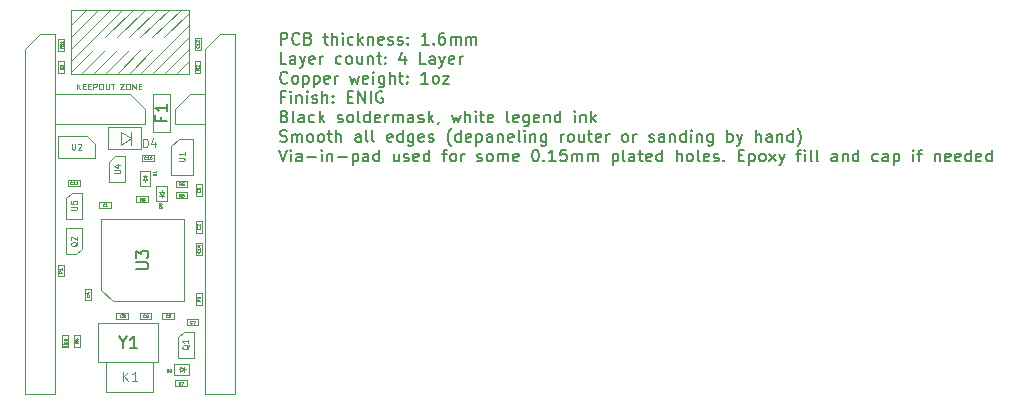
<source format=gbr>
%TF.GenerationSoftware,KiCad,Pcbnew,(5.1.6-0-10_14)*%
%TF.CreationDate,2022-02-28T20:49:00-06:00*%
%TF.ProjectId,Bonsai_C4,426f6e73-6169-45f4-9334-2e6b69636164,rev?*%
%TF.SameCoordinates,Original*%
%TF.FileFunction,Other,Fab,Top*%
%FSLAX46Y46*%
G04 Gerber Fmt 4.6, Leading zero omitted, Abs format (unit mm)*
G04 Created by KiCad (PCBNEW (5.1.6-0-10_14)) date 2022-02-28 20:49:00*
%MOMM*%
%LPD*%
G01*
G04 APERTURE LIST*
%ADD10C,0.150000*%
%ADD11C,0.120000*%
%ADD12C,0.050000*%
%ADD13C,0.025400*%
%ADD14C,0.100000*%
%ADD15C,0.066040*%
%ADD16C,0.125000*%
%ADD17C,0.040000*%
%ADD18C,0.075000*%
%ADD19C,0.063500*%
G04 APERTURE END LIST*
D10*
X120395595Y-99642380D02*
X120395595Y-98642380D01*
X120776547Y-98642380D01*
X120871785Y-98690000D01*
X120919404Y-98737619D01*
X120967023Y-98832857D01*
X120967023Y-98975714D01*
X120919404Y-99070952D01*
X120871785Y-99118571D01*
X120776547Y-99166190D01*
X120395595Y-99166190D01*
X121967023Y-99547142D02*
X121919404Y-99594761D01*
X121776547Y-99642380D01*
X121681309Y-99642380D01*
X121538452Y-99594761D01*
X121443214Y-99499523D01*
X121395595Y-99404285D01*
X121347976Y-99213809D01*
X121347976Y-99070952D01*
X121395595Y-98880476D01*
X121443214Y-98785238D01*
X121538452Y-98690000D01*
X121681309Y-98642380D01*
X121776547Y-98642380D01*
X121919404Y-98690000D01*
X121967023Y-98737619D01*
X122728928Y-99118571D02*
X122871785Y-99166190D01*
X122919404Y-99213809D01*
X122967023Y-99309047D01*
X122967023Y-99451904D01*
X122919404Y-99547142D01*
X122871785Y-99594761D01*
X122776547Y-99642380D01*
X122395595Y-99642380D01*
X122395595Y-98642380D01*
X122728928Y-98642380D01*
X122824166Y-98690000D01*
X122871785Y-98737619D01*
X122919404Y-98832857D01*
X122919404Y-98928095D01*
X122871785Y-99023333D01*
X122824166Y-99070952D01*
X122728928Y-99118571D01*
X122395595Y-99118571D01*
X124014642Y-98975714D02*
X124395595Y-98975714D01*
X124157500Y-98642380D02*
X124157500Y-99499523D01*
X124205119Y-99594761D01*
X124300357Y-99642380D01*
X124395595Y-99642380D01*
X124728928Y-99642380D02*
X124728928Y-98642380D01*
X125157500Y-99642380D02*
X125157500Y-99118571D01*
X125109880Y-99023333D01*
X125014642Y-98975714D01*
X124871785Y-98975714D01*
X124776547Y-99023333D01*
X124728928Y-99070952D01*
X125633690Y-99642380D02*
X125633690Y-98975714D01*
X125633690Y-98642380D02*
X125586071Y-98690000D01*
X125633690Y-98737619D01*
X125681309Y-98690000D01*
X125633690Y-98642380D01*
X125633690Y-98737619D01*
X126538452Y-99594761D02*
X126443214Y-99642380D01*
X126252738Y-99642380D01*
X126157500Y-99594761D01*
X126109880Y-99547142D01*
X126062261Y-99451904D01*
X126062261Y-99166190D01*
X126109880Y-99070952D01*
X126157500Y-99023333D01*
X126252738Y-98975714D01*
X126443214Y-98975714D01*
X126538452Y-99023333D01*
X126967023Y-99642380D02*
X126967023Y-98642380D01*
X127062261Y-99261428D02*
X127347976Y-99642380D01*
X127347976Y-98975714D02*
X126967023Y-99356666D01*
X127776547Y-98975714D02*
X127776547Y-99642380D01*
X127776547Y-99070952D02*
X127824166Y-99023333D01*
X127919404Y-98975714D01*
X128062261Y-98975714D01*
X128157500Y-99023333D01*
X128205119Y-99118571D01*
X128205119Y-99642380D01*
X129062261Y-99594761D02*
X128967023Y-99642380D01*
X128776547Y-99642380D01*
X128681309Y-99594761D01*
X128633690Y-99499523D01*
X128633690Y-99118571D01*
X128681309Y-99023333D01*
X128776547Y-98975714D01*
X128967023Y-98975714D01*
X129062261Y-99023333D01*
X129109880Y-99118571D01*
X129109880Y-99213809D01*
X128633690Y-99309047D01*
X129490833Y-99594761D02*
X129586071Y-99642380D01*
X129776547Y-99642380D01*
X129871785Y-99594761D01*
X129919404Y-99499523D01*
X129919404Y-99451904D01*
X129871785Y-99356666D01*
X129776547Y-99309047D01*
X129633690Y-99309047D01*
X129538452Y-99261428D01*
X129490833Y-99166190D01*
X129490833Y-99118571D01*
X129538452Y-99023333D01*
X129633690Y-98975714D01*
X129776547Y-98975714D01*
X129871785Y-99023333D01*
X130300357Y-99594761D02*
X130395595Y-99642380D01*
X130586071Y-99642380D01*
X130681309Y-99594761D01*
X130728928Y-99499523D01*
X130728928Y-99451904D01*
X130681309Y-99356666D01*
X130586071Y-99309047D01*
X130443214Y-99309047D01*
X130347976Y-99261428D01*
X130300357Y-99166190D01*
X130300357Y-99118571D01*
X130347976Y-99023333D01*
X130443214Y-98975714D01*
X130586071Y-98975714D01*
X130681309Y-99023333D01*
X131157500Y-99547142D02*
X131205119Y-99594761D01*
X131157500Y-99642380D01*
X131109880Y-99594761D01*
X131157500Y-99547142D01*
X131157500Y-99642380D01*
X131157500Y-99023333D02*
X131205119Y-99070952D01*
X131157500Y-99118571D01*
X131109880Y-99070952D01*
X131157500Y-99023333D01*
X131157500Y-99118571D01*
X132919404Y-99642380D02*
X132347976Y-99642380D01*
X132633690Y-99642380D02*
X132633690Y-98642380D01*
X132538452Y-98785238D01*
X132443214Y-98880476D01*
X132347976Y-98928095D01*
X133347976Y-99547142D02*
X133395595Y-99594761D01*
X133347976Y-99642380D01*
X133300357Y-99594761D01*
X133347976Y-99547142D01*
X133347976Y-99642380D01*
X134252738Y-98642380D02*
X134062261Y-98642380D01*
X133967023Y-98690000D01*
X133919404Y-98737619D01*
X133824166Y-98880476D01*
X133776547Y-99070952D01*
X133776547Y-99451904D01*
X133824166Y-99547142D01*
X133871785Y-99594761D01*
X133967023Y-99642380D01*
X134157500Y-99642380D01*
X134252738Y-99594761D01*
X134300357Y-99547142D01*
X134347976Y-99451904D01*
X134347976Y-99213809D01*
X134300357Y-99118571D01*
X134252738Y-99070952D01*
X134157500Y-99023333D01*
X133967023Y-99023333D01*
X133871785Y-99070952D01*
X133824166Y-99118571D01*
X133776547Y-99213809D01*
X134776547Y-99642380D02*
X134776547Y-98975714D01*
X134776547Y-99070952D02*
X134824166Y-99023333D01*
X134919404Y-98975714D01*
X135062261Y-98975714D01*
X135157500Y-99023333D01*
X135205119Y-99118571D01*
X135205119Y-99642380D01*
X135205119Y-99118571D02*
X135252738Y-99023333D01*
X135347976Y-98975714D01*
X135490833Y-98975714D01*
X135586071Y-99023333D01*
X135633690Y-99118571D01*
X135633690Y-99642380D01*
X136109880Y-99642380D02*
X136109880Y-98975714D01*
X136109880Y-99070952D02*
X136157500Y-99023333D01*
X136252738Y-98975714D01*
X136395595Y-98975714D01*
X136490833Y-99023333D01*
X136538452Y-99118571D01*
X136538452Y-99642380D01*
X136538452Y-99118571D02*
X136586071Y-99023333D01*
X136681309Y-98975714D01*
X136824166Y-98975714D01*
X136919404Y-99023333D01*
X136967023Y-99118571D01*
X136967023Y-99642380D01*
X120871785Y-101292380D02*
X120395595Y-101292380D01*
X120395595Y-100292380D01*
X121633690Y-101292380D02*
X121633690Y-100768571D01*
X121586071Y-100673333D01*
X121490833Y-100625714D01*
X121300357Y-100625714D01*
X121205119Y-100673333D01*
X121633690Y-101244761D02*
X121538452Y-101292380D01*
X121300357Y-101292380D01*
X121205119Y-101244761D01*
X121157500Y-101149523D01*
X121157500Y-101054285D01*
X121205119Y-100959047D01*
X121300357Y-100911428D01*
X121538452Y-100911428D01*
X121633690Y-100863809D01*
X122014642Y-100625714D02*
X122252738Y-101292380D01*
X122490833Y-100625714D02*
X122252738Y-101292380D01*
X122157500Y-101530476D01*
X122109880Y-101578095D01*
X122014642Y-101625714D01*
X123252738Y-101244761D02*
X123157500Y-101292380D01*
X122967023Y-101292380D01*
X122871785Y-101244761D01*
X122824166Y-101149523D01*
X122824166Y-100768571D01*
X122871785Y-100673333D01*
X122967023Y-100625714D01*
X123157500Y-100625714D01*
X123252738Y-100673333D01*
X123300357Y-100768571D01*
X123300357Y-100863809D01*
X122824166Y-100959047D01*
X123728928Y-101292380D02*
X123728928Y-100625714D01*
X123728928Y-100816190D02*
X123776547Y-100720952D01*
X123824166Y-100673333D01*
X123919404Y-100625714D01*
X124014642Y-100625714D01*
X125538452Y-101244761D02*
X125443214Y-101292380D01*
X125252738Y-101292380D01*
X125157500Y-101244761D01*
X125109880Y-101197142D01*
X125062261Y-101101904D01*
X125062261Y-100816190D01*
X125109880Y-100720952D01*
X125157500Y-100673333D01*
X125252738Y-100625714D01*
X125443214Y-100625714D01*
X125538452Y-100673333D01*
X126109880Y-101292380D02*
X126014642Y-101244761D01*
X125967023Y-101197142D01*
X125919404Y-101101904D01*
X125919404Y-100816190D01*
X125967023Y-100720952D01*
X126014642Y-100673333D01*
X126109880Y-100625714D01*
X126252738Y-100625714D01*
X126347976Y-100673333D01*
X126395595Y-100720952D01*
X126443214Y-100816190D01*
X126443214Y-101101904D01*
X126395595Y-101197142D01*
X126347976Y-101244761D01*
X126252738Y-101292380D01*
X126109880Y-101292380D01*
X127300357Y-100625714D02*
X127300357Y-101292380D01*
X126871785Y-100625714D02*
X126871785Y-101149523D01*
X126919404Y-101244761D01*
X127014642Y-101292380D01*
X127157500Y-101292380D01*
X127252738Y-101244761D01*
X127300357Y-101197142D01*
X127776547Y-100625714D02*
X127776547Y-101292380D01*
X127776547Y-100720952D02*
X127824166Y-100673333D01*
X127919404Y-100625714D01*
X128062261Y-100625714D01*
X128157500Y-100673333D01*
X128205119Y-100768571D01*
X128205119Y-101292380D01*
X128538452Y-100625714D02*
X128919404Y-100625714D01*
X128681309Y-100292380D02*
X128681309Y-101149523D01*
X128728928Y-101244761D01*
X128824166Y-101292380D01*
X128919404Y-101292380D01*
X129252738Y-101197142D02*
X129300357Y-101244761D01*
X129252738Y-101292380D01*
X129205119Y-101244761D01*
X129252738Y-101197142D01*
X129252738Y-101292380D01*
X129252738Y-100673333D02*
X129300357Y-100720952D01*
X129252738Y-100768571D01*
X129205119Y-100720952D01*
X129252738Y-100673333D01*
X129252738Y-100768571D01*
X130919404Y-100625714D02*
X130919404Y-101292380D01*
X130681309Y-100244761D02*
X130443214Y-100959047D01*
X131062261Y-100959047D01*
X132681309Y-101292380D02*
X132205119Y-101292380D01*
X132205119Y-100292380D01*
X133443214Y-101292380D02*
X133443214Y-100768571D01*
X133395595Y-100673333D01*
X133300357Y-100625714D01*
X133109880Y-100625714D01*
X133014642Y-100673333D01*
X133443214Y-101244761D02*
X133347976Y-101292380D01*
X133109880Y-101292380D01*
X133014642Y-101244761D01*
X132967023Y-101149523D01*
X132967023Y-101054285D01*
X133014642Y-100959047D01*
X133109880Y-100911428D01*
X133347976Y-100911428D01*
X133443214Y-100863809D01*
X133824166Y-100625714D02*
X134062261Y-101292380D01*
X134300357Y-100625714D02*
X134062261Y-101292380D01*
X133967023Y-101530476D01*
X133919404Y-101578095D01*
X133824166Y-101625714D01*
X135062261Y-101244761D02*
X134967023Y-101292380D01*
X134776547Y-101292380D01*
X134681309Y-101244761D01*
X134633690Y-101149523D01*
X134633690Y-100768571D01*
X134681309Y-100673333D01*
X134776547Y-100625714D01*
X134967023Y-100625714D01*
X135062261Y-100673333D01*
X135109880Y-100768571D01*
X135109880Y-100863809D01*
X134633690Y-100959047D01*
X135538452Y-101292380D02*
X135538452Y-100625714D01*
X135538452Y-100816190D02*
X135586071Y-100720952D01*
X135633690Y-100673333D01*
X135728928Y-100625714D01*
X135824166Y-100625714D01*
X120967023Y-102847142D02*
X120919404Y-102894761D01*
X120776547Y-102942380D01*
X120681309Y-102942380D01*
X120538452Y-102894761D01*
X120443214Y-102799523D01*
X120395595Y-102704285D01*
X120347976Y-102513809D01*
X120347976Y-102370952D01*
X120395595Y-102180476D01*
X120443214Y-102085238D01*
X120538452Y-101990000D01*
X120681309Y-101942380D01*
X120776547Y-101942380D01*
X120919404Y-101990000D01*
X120967023Y-102037619D01*
X121538452Y-102942380D02*
X121443214Y-102894761D01*
X121395595Y-102847142D01*
X121347976Y-102751904D01*
X121347976Y-102466190D01*
X121395595Y-102370952D01*
X121443214Y-102323333D01*
X121538452Y-102275714D01*
X121681309Y-102275714D01*
X121776547Y-102323333D01*
X121824166Y-102370952D01*
X121871785Y-102466190D01*
X121871785Y-102751904D01*
X121824166Y-102847142D01*
X121776547Y-102894761D01*
X121681309Y-102942380D01*
X121538452Y-102942380D01*
X122300357Y-102275714D02*
X122300357Y-103275714D01*
X122300357Y-102323333D02*
X122395595Y-102275714D01*
X122586071Y-102275714D01*
X122681309Y-102323333D01*
X122728928Y-102370952D01*
X122776547Y-102466190D01*
X122776547Y-102751904D01*
X122728928Y-102847142D01*
X122681309Y-102894761D01*
X122586071Y-102942380D01*
X122395595Y-102942380D01*
X122300357Y-102894761D01*
X123205119Y-102275714D02*
X123205119Y-103275714D01*
X123205119Y-102323333D02*
X123300357Y-102275714D01*
X123490833Y-102275714D01*
X123586071Y-102323333D01*
X123633690Y-102370952D01*
X123681309Y-102466190D01*
X123681309Y-102751904D01*
X123633690Y-102847142D01*
X123586071Y-102894761D01*
X123490833Y-102942380D01*
X123300357Y-102942380D01*
X123205119Y-102894761D01*
X124490833Y-102894761D02*
X124395595Y-102942380D01*
X124205119Y-102942380D01*
X124109880Y-102894761D01*
X124062261Y-102799523D01*
X124062261Y-102418571D01*
X124109880Y-102323333D01*
X124205119Y-102275714D01*
X124395595Y-102275714D01*
X124490833Y-102323333D01*
X124538452Y-102418571D01*
X124538452Y-102513809D01*
X124062261Y-102609047D01*
X124967023Y-102942380D02*
X124967023Y-102275714D01*
X124967023Y-102466190D02*
X125014642Y-102370952D01*
X125062261Y-102323333D01*
X125157500Y-102275714D01*
X125252738Y-102275714D01*
X126252738Y-102275714D02*
X126443214Y-102942380D01*
X126633690Y-102466190D01*
X126824166Y-102942380D01*
X127014642Y-102275714D01*
X127776547Y-102894761D02*
X127681309Y-102942380D01*
X127490833Y-102942380D01*
X127395595Y-102894761D01*
X127347976Y-102799523D01*
X127347976Y-102418571D01*
X127395595Y-102323333D01*
X127490833Y-102275714D01*
X127681309Y-102275714D01*
X127776547Y-102323333D01*
X127824166Y-102418571D01*
X127824166Y-102513809D01*
X127347976Y-102609047D01*
X128252738Y-102942380D02*
X128252738Y-102275714D01*
X128252738Y-101942380D02*
X128205119Y-101990000D01*
X128252738Y-102037619D01*
X128300357Y-101990000D01*
X128252738Y-101942380D01*
X128252738Y-102037619D01*
X129157500Y-102275714D02*
X129157500Y-103085238D01*
X129109880Y-103180476D01*
X129062261Y-103228095D01*
X128967023Y-103275714D01*
X128824166Y-103275714D01*
X128728928Y-103228095D01*
X129157500Y-102894761D02*
X129062261Y-102942380D01*
X128871785Y-102942380D01*
X128776547Y-102894761D01*
X128728928Y-102847142D01*
X128681309Y-102751904D01*
X128681309Y-102466190D01*
X128728928Y-102370952D01*
X128776547Y-102323333D01*
X128871785Y-102275714D01*
X129062261Y-102275714D01*
X129157500Y-102323333D01*
X129633690Y-102942380D02*
X129633690Y-101942380D01*
X130062261Y-102942380D02*
X130062261Y-102418571D01*
X130014642Y-102323333D01*
X129919404Y-102275714D01*
X129776547Y-102275714D01*
X129681309Y-102323333D01*
X129633690Y-102370952D01*
X130395595Y-102275714D02*
X130776547Y-102275714D01*
X130538452Y-101942380D02*
X130538452Y-102799523D01*
X130586071Y-102894761D01*
X130681309Y-102942380D01*
X130776547Y-102942380D01*
X131109880Y-102847142D02*
X131157500Y-102894761D01*
X131109880Y-102942380D01*
X131062261Y-102894761D01*
X131109880Y-102847142D01*
X131109880Y-102942380D01*
X131109880Y-102323333D02*
X131157500Y-102370952D01*
X131109880Y-102418571D01*
X131062261Y-102370952D01*
X131109880Y-102323333D01*
X131109880Y-102418571D01*
X132871785Y-102942380D02*
X132300357Y-102942380D01*
X132586071Y-102942380D02*
X132586071Y-101942380D01*
X132490833Y-102085238D01*
X132395595Y-102180476D01*
X132300357Y-102228095D01*
X133443214Y-102942380D02*
X133347976Y-102894761D01*
X133300357Y-102847142D01*
X133252738Y-102751904D01*
X133252738Y-102466190D01*
X133300357Y-102370952D01*
X133347976Y-102323333D01*
X133443214Y-102275714D01*
X133586071Y-102275714D01*
X133681309Y-102323333D01*
X133728928Y-102370952D01*
X133776547Y-102466190D01*
X133776547Y-102751904D01*
X133728928Y-102847142D01*
X133681309Y-102894761D01*
X133586071Y-102942380D01*
X133443214Y-102942380D01*
X134109880Y-102275714D02*
X134633690Y-102275714D01*
X134109880Y-102942380D01*
X134633690Y-102942380D01*
X120728928Y-104068571D02*
X120395595Y-104068571D01*
X120395595Y-104592380D02*
X120395595Y-103592380D01*
X120871785Y-103592380D01*
X121252738Y-104592380D02*
X121252738Y-103925714D01*
X121252738Y-103592380D02*
X121205119Y-103640000D01*
X121252738Y-103687619D01*
X121300357Y-103640000D01*
X121252738Y-103592380D01*
X121252738Y-103687619D01*
X121728928Y-103925714D02*
X121728928Y-104592380D01*
X121728928Y-104020952D02*
X121776547Y-103973333D01*
X121871785Y-103925714D01*
X122014642Y-103925714D01*
X122109880Y-103973333D01*
X122157500Y-104068571D01*
X122157500Y-104592380D01*
X122633690Y-104592380D02*
X122633690Y-103925714D01*
X122633690Y-103592380D02*
X122586071Y-103640000D01*
X122633690Y-103687619D01*
X122681309Y-103640000D01*
X122633690Y-103592380D01*
X122633690Y-103687619D01*
X123062261Y-104544761D02*
X123157500Y-104592380D01*
X123347976Y-104592380D01*
X123443214Y-104544761D01*
X123490833Y-104449523D01*
X123490833Y-104401904D01*
X123443214Y-104306666D01*
X123347976Y-104259047D01*
X123205119Y-104259047D01*
X123109880Y-104211428D01*
X123062261Y-104116190D01*
X123062261Y-104068571D01*
X123109880Y-103973333D01*
X123205119Y-103925714D01*
X123347976Y-103925714D01*
X123443214Y-103973333D01*
X123919404Y-104592380D02*
X123919404Y-103592380D01*
X124347976Y-104592380D02*
X124347976Y-104068571D01*
X124300357Y-103973333D01*
X124205119Y-103925714D01*
X124062261Y-103925714D01*
X123967023Y-103973333D01*
X123919404Y-104020952D01*
X124824166Y-104497142D02*
X124871785Y-104544761D01*
X124824166Y-104592380D01*
X124776547Y-104544761D01*
X124824166Y-104497142D01*
X124824166Y-104592380D01*
X124824166Y-103973333D02*
X124871785Y-104020952D01*
X124824166Y-104068571D01*
X124776547Y-104020952D01*
X124824166Y-103973333D01*
X124824166Y-104068571D01*
X126062261Y-104068571D02*
X126395595Y-104068571D01*
X126538452Y-104592380D02*
X126062261Y-104592380D01*
X126062261Y-103592380D01*
X126538452Y-103592380D01*
X126967023Y-104592380D02*
X126967023Y-103592380D01*
X127538452Y-104592380D01*
X127538452Y-103592380D01*
X128014642Y-104592380D02*
X128014642Y-103592380D01*
X129014642Y-103640000D02*
X128919404Y-103592380D01*
X128776547Y-103592380D01*
X128633690Y-103640000D01*
X128538452Y-103735238D01*
X128490833Y-103830476D01*
X128443214Y-104020952D01*
X128443214Y-104163809D01*
X128490833Y-104354285D01*
X128538452Y-104449523D01*
X128633690Y-104544761D01*
X128776547Y-104592380D01*
X128871785Y-104592380D01*
X129014642Y-104544761D01*
X129062261Y-104497142D01*
X129062261Y-104163809D01*
X128871785Y-104163809D01*
X120728928Y-105718571D02*
X120871785Y-105766190D01*
X120919404Y-105813809D01*
X120967023Y-105909047D01*
X120967023Y-106051904D01*
X120919404Y-106147142D01*
X120871785Y-106194761D01*
X120776547Y-106242380D01*
X120395595Y-106242380D01*
X120395595Y-105242380D01*
X120728928Y-105242380D01*
X120824166Y-105290000D01*
X120871785Y-105337619D01*
X120919404Y-105432857D01*
X120919404Y-105528095D01*
X120871785Y-105623333D01*
X120824166Y-105670952D01*
X120728928Y-105718571D01*
X120395595Y-105718571D01*
X121538452Y-106242380D02*
X121443214Y-106194761D01*
X121395595Y-106099523D01*
X121395595Y-105242380D01*
X122347976Y-106242380D02*
X122347976Y-105718571D01*
X122300357Y-105623333D01*
X122205119Y-105575714D01*
X122014642Y-105575714D01*
X121919404Y-105623333D01*
X122347976Y-106194761D02*
X122252738Y-106242380D01*
X122014642Y-106242380D01*
X121919404Y-106194761D01*
X121871785Y-106099523D01*
X121871785Y-106004285D01*
X121919404Y-105909047D01*
X122014642Y-105861428D01*
X122252738Y-105861428D01*
X122347976Y-105813809D01*
X123252738Y-106194761D02*
X123157500Y-106242380D01*
X122967023Y-106242380D01*
X122871785Y-106194761D01*
X122824166Y-106147142D01*
X122776547Y-106051904D01*
X122776547Y-105766190D01*
X122824166Y-105670952D01*
X122871785Y-105623333D01*
X122967023Y-105575714D01*
X123157500Y-105575714D01*
X123252738Y-105623333D01*
X123681309Y-106242380D02*
X123681309Y-105242380D01*
X123776547Y-105861428D02*
X124062261Y-106242380D01*
X124062261Y-105575714D02*
X123681309Y-105956666D01*
X125205119Y-106194761D02*
X125300357Y-106242380D01*
X125490833Y-106242380D01*
X125586071Y-106194761D01*
X125633690Y-106099523D01*
X125633690Y-106051904D01*
X125586071Y-105956666D01*
X125490833Y-105909047D01*
X125347976Y-105909047D01*
X125252738Y-105861428D01*
X125205119Y-105766190D01*
X125205119Y-105718571D01*
X125252738Y-105623333D01*
X125347976Y-105575714D01*
X125490833Y-105575714D01*
X125586071Y-105623333D01*
X126205119Y-106242380D02*
X126109880Y-106194761D01*
X126062261Y-106147142D01*
X126014642Y-106051904D01*
X126014642Y-105766190D01*
X126062261Y-105670952D01*
X126109880Y-105623333D01*
X126205119Y-105575714D01*
X126347976Y-105575714D01*
X126443214Y-105623333D01*
X126490833Y-105670952D01*
X126538452Y-105766190D01*
X126538452Y-106051904D01*
X126490833Y-106147142D01*
X126443214Y-106194761D01*
X126347976Y-106242380D01*
X126205119Y-106242380D01*
X127109880Y-106242380D02*
X127014642Y-106194761D01*
X126967023Y-106099523D01*
X126967023Y-105242380D01*
X127919404Y-106242380D02*
X127919404Y-105242380D01*
X127919404Y-106194761D02*
X127824166Y-106242380D01*
X127633690Y-106242380D01*
X127538452Y-106194761D01*
X127490833Y-106147142D01*
X127443214Y-106051904D01*
X127443214Y-105766190D01*
X127490833Y-105670952D01*
X127538452Y-105623333D01*
X127633690Y-105575714D01*
X127824166Y-105575714D01*
X127919404Y-105623333D01*
X128776547Y-106194761D02*
X128681309Y-106242380D01*
X128490833Y-106242380D01*
X128395595Y-106194761D01*
X128347976Y-106099523D01*
X128347976Y-105718571D01*
X128395595Y-105623333D01*
X128490833Y-105575714D01*
X128681309Y-105575714D01*
X128776547Y-105623333D01*
X128824166Y-105718571D01*
X128824166Y-105813809D01*
X128347976Y-105909047D01*
X129252738Y-106242380D02*
X129252738Y-105575714D01*
X129252738Y-105766190D02*
X129300357Y-105670952D01*
X129347976Y-105623333D01*
X129443214Y-105575714D01*
X129538452Y-105575714D01*
X129871785Y-106242380D02*
X129871785Y-105575714D01*
X129871785Y-105670952D02*
X129919404Y-105623333D01*
X130014642Y-105575714D01*
X130157500Y-105575714D01*
X130252738Y-105623333D01*
X130300357Y-105718571D01*
X130300357Y-106242380D01*
X130300357Y-105718571D02*
X130347976Y-105623333D01*
X130443214Y-105575714D01*
X130586071Y-105575714D01*
X130681309Y-105623333D01*
X130728928Y-105718571D01*
X130728928Y-106242380D01*
X131633690Y-106242380D02*
X131633690Y-105718571D01*
X131586071Y-105623333D01*
X131490833Y-105575714D01*
X131300357Y-105575714D01*
X131205119Y-105623333D01*
X131633690Y-106194761D02*
X131538452Y-106242380D01*
X131300357Y-106242380D01*
X131205119Y-106194761D01*
X131157500Y-106099523D01*
X131157500Y-106004285D01*
X131205119Y-105909047D01*
X131300357Y-105861428D01*
X131538452Y-105861428D01*
X131633690Y-105813809D01*
X132062261Y-106194761D02*
X132157500Y-106242380D01*
X132347976Y-106242380D01*
X132443214Y-106194761D01*
X132490833Y-106099523D01*
X132490833Y-106051904D01*
X132443214Y-105956666D01*
X132347976Y-105909047D01*
X132205119Y-105909047D01*
X132109880Y-105861428D01*
X132062261Y-105766190D01*
X132062261Y-105718571D01*
X132109880Y-105623333D01*
X132205119Y-105575714D01*
X132347976Y-105575714D01*
X132443214Y-105623333D01*
X132919404Y-106242380D02*
X132919404Y-105242380D01*
X133014642Y-105861428D02*
X133300357Y-106242380D01*
X133300357Y-105575714D02*
X132919404Y-105956666D01*
X133776547Y-106194761D02*
X133776547Y-106242380D01*
X133728928Y-106337619D01*
X133681309Y-106385238D01*
X134871785Y-105575714D02*
X135062261Y-106242380D01*
X135252738Y-105766190D01*
X135443214Y-106242380D01*
X135633690Y-105575714D01*
X136014642Y-106242380D02*
X136014642Y-105242380D01*
X136443214Y-106242380D02*
X136443214Y-105718571D01*
X136395595Y-105623333D01*
X136300357Y-105575714D01*
X136157500Y-105575714D01*
X136062261Y-105623333D01*
X136014642Y-105670952D01*
X136919404Y-106242380D02*
X136919404Y-105575714D01*
X136919404Y-105242380D02*
X136871785Y-105290000D01*
X136919404Y-105337619D01*
X136967023Y-105290000D01*
X136919404Y-105242380D01*
X136919404Y-105337619D01*
X137252738Y-105575714D02*
X137633690Y-105575714D01*
X137395595Y-105242380D02*
X137395595Y-106099523D01*
X137443214Y-106194761D01*
X137538452Y-106242380D01*
X137633690Y-106242380D01*
X138347976Y-106194761D02*
X138252738Y-106242380D01*
X138062261Y-106242380D01*
X137967023Y-106194761D01*
X137919404Y-106099523D01*
X137919404Y-105718571D01*
X137967023Y-105623333D01*
X138062261Y-105575714D01*
X138252738Y-105575714D01*
X138347976Y-105623333D01*
X138395595Y-105718571D01*
X138395595Y-105813809D01*
X137919404Y-105909047D01*
X139728928Y-106242380D02*
X139633690Y-106194761D01*
X139586071Y-106099523D01*
X139586071Y-105242380D01*
X140490833Y-106194761D02*
X140395595Y-106242380D01*
X140205119Y-106242380D01*
X140109880Y-106194761D01*
X140062261Y-106099523D01*
X140062261Y-105718571D01*
X140109880Y-105623333D01*
X140205119Y-105575714D01*
X140395595Y-105575714D01*
X140490833Y-105623333D01*
X140538452Y-105718571D01*
X140538452Y-105813809D01*
X140062261Y-105909047D01*
X141395595Y-105575714D02*
X141395595Y-106385238D01*
X141347976Y-106480476D01*
X141300357Y-106528095D01*
X141205119Y-106575714D01*
X141062261Y-106575714D01*
X140967023Y-106528095D01*
X141395595Y-106194761D02*
X141300357Y-106242380D01*
X141109880Y-106242380D01*
X141014642Y-106194761D01*
X140967023Y-106147142D01*
X140919404Y-106051904D01*
X140919404Y-105766190D01*
X140967023Y-105670952D01*
X141014642Y-105623333D01*
X141109880Y-105575714D01*
X141300357Y-105575714D01*
X141395595Y-105623333D01*
X142252738Y-106194761D02*
X142157500Y-106242380D01*
X141967023Y-106242380D01*
X141871785Y-106194761D01*
X141824166Y-106099523D01*
X141824166Y-105718571D01*
X141871785Y-105623333D01*
X141967023Y-105575714D01*
X142157500Y-105575714D01*
X142252738Y-105623333D01*
X142300357Y-105718571D01*
X142300357Y-105813809D01*
X141824166Y-105909047D01*
X142728928Y-105575714D02*
X142728928Y-106242380D01*
X142728928Y-105670952D02*
X142776547Y-105623333D01*
X142871785Y-105575714D01*
X143014642Y-105575714D01*
X143109880Y-105623333D01*
X143157500Y-105718571D01*
X143157500Y-106242380D01*
X144062261Y-106242380D02*
X144062261Y-105242380D01*
X144062261Y-106194761D02*
X143967023Y-106242380D01*
X143776547Y-106242380D01*
X143681309Y-106194761D01*
X143633690Y-106147142D01*
X143586071Y-106051904D01*
X143586071Y-105766190D01*
X143633690Y-105670952D01*
X143681309Y-105623333D01*
X143776547Y-105575714D01*
X143967023Y-105575714D01*
X144062261Y-105623333D01*
X145300357Y-106242380D02*
X145300357Y-105575714D01*
X145300357Y-105242380D02*
X145252738Y-105290000D01*
X145300357Y-105337619D01*
X145347976Y-105290000D01*
X145300357Y-105242380D01*
X145300357Y-105337619D01*
X145776547Y-105575714D02*
X145776547Y-106242380D01*
X145776547Y-105670952D02*
X145824166Y-105623333D01*
X145919404Y-105575714D01*
X146062261Y-105575714D01*
X146157500Y-105623333D01*
X146205119Y-105718571D01*
X146205119Y-106242380D01*
X146681309Y-106242380D02*
X146681309Y-105242380D01*
X146776547Y-105861428D02*
X147062261Y-106242380D01*
X147062261Y-105575714D02*
X146681309Y-105956666D01*
X120347976Y-107844761D02*
X120490833Y-107892380D01*
X120728928Y-107892380D01*
X120824166Y-107844761D01*
X120871785Y-107797142D01*
X120919404Y-107701904D01*
X120919404Y-107606666D01*
X120871785Y-107511428D01*
X120824166Y-107463809D01*
X120728928Y-107416190D01*
X120538452Y-107368571D01*
X120443214Y-107320952D01*
X120395595Y-107273333D01*
X120347976Y-107178095D01*
X120347976Y-107082857D01*
X120395595Y-106987619D01*
X120443214Y-106940000D01*
X120538452Y-106892380D01*
X120776547Y-106892380D01*
X120919404Y-106940000D01*
X121347976Y-107892380D02*
X121347976Y-107225714D01*
X121347976Y-107320952D02*
X121395595Y-107273333D01*
X121490833Y-107225714D01*
X121633690Y-107225714D01*
X121728928Y-107273333D01*
X121776547Y-107368571D01*
X121776547Y-107892380D01*
X121776547Y-107368571D02*
X121824166Y-107273333D01*
X121919404Y-107225714D01*
X122062261Y-107225714D01*
X122157500Y-107273333D01*
X122205119Y-107368571D01*
X122205119Y-107892380D01*
X122824166Y-107892380D02*
X122728928Y-107844761D01*
X122681309Y-107797142D01*
X122633690Y-107701904D01*
X122633690Y-107416190D01*
X122681309Y-107320952D01*
X122728928Y-107273333D01*
X122824166Y-107225714D01*
X122967023Y-107225714D01*
X123062261Y-107273333D01*
X123109880Y-107320952D01*
X123157500Y-107416190D01*
X123157500Y-107701904D01*
X123109880Y-107797142D01*
X123062261Y-107844761D01*
X122967023Y-107892380D01*
X122824166Y-107892380D01*
X123728928Y-107892380D02*
X123633690Y-107844761D01*
X123586071Y-107797142D01*
X123538452Y-107701904D01*
X123538452Y-107416190D01*
X123586071Y-107320952D01*
X123633690Y-107273333D01*
X123728928Y-107225714D01*
X123871785Y-107225714D01*
X123967023Y-107273333D01*
X124014642Y-107320952D01*
X124062261Y-107416190D01*
X124062261Y-107701904D01*
X124014642Y-107797142D01*
X123967023Y-107844761D01*
X123871785Y-107892380D01*
X123728928Y-107892380D01*
X124347976Y-107225714D02*
X124728928Y-107225714D01*
X124490833Y-106892380D02*
X124490833Y-107749523D01*
X124538452Y-107844761D01*
X124633690Y-107892380D01*
X124728928Y-107892380D01*
X125062261Y-107892380D02*
X125062261Y-106892380D01*
X125490833Y-107892380D02*
X125490833Y-107368571D01*
X125443214Y-107273333D01*
X125347976Y-107225714D01*
X125205119Y-107225714D01*
X125109880Y-107273333D01*
X125062261Y-107320952D01*
X127157500Y-107892380D02*
X127157500Y-107368571D01*
X127109880Y-107273333D01*
X127014642Y-107225714D01*
X126824166Y-107225714D01*
X126728928Y-107273333D01*
X127157500Y-107844761D02*
X127062261Y-107892380D01*
X126824166Y-107892380D01*
X126728928Y-107844761D01*
X126681309Y-107749523D01*
X126681309Y-107654285D01*
X126728928Y-107559047D01*
X126824166Y-107511428D01*
X127062261Y-107511428D01*
X127157500Y-107463809D01*
X127776547Y-107892380D02*
X127681309Y-107844761D01*
X127633690Y-107749523D01*
X127633690Y-106892380D01*
X128300357Y-107892380D02*
X128205119Y-107844761D01*
X128157500Y-107749523D01*
X128157500Y-106892380D01*
X129824166Y-107844761D02*
X129728928Y-107892380D01*
X129538452Y-107892380D01*
X129443214Y-107844761D01*
X129395595Y-107749523D01*
X129395595Y-107368571D01*
X129443214Y-107273333D01*
X129538452Y-107225714D01*
X129728928Y-107225714D01*
X129824166Y-107273333D01*
X129871785Y-107368571D01*
X129871785Y-107463809D01*
X129395595Y-107559047D01*
X130728928Y-107892380D02*
X130728928Y-106892380D01*
X130728928Y-107844761D02*
X130633690Y-107892380D01*
X130443214Y-107892380D01*
X130347976Y-107844761D01*
X130300357Y-107797142D01*
X130252738Y-107701904D01*
X130252738Y-107416190D01*
X130300357Y-107320952D01*
X130347976Y-107273333D01*
X130443214Y-107225714D01*
X130633690Y-107225714D01*
X130728928Y-107273333D01*
X131633690Y-107225714D02*
X131633690Y-108035238D01*
X131586071Y-108130476D01*
X131538452Y-108178095D01*
X131443214Y-108225714D01*
X131300357Y-108225714D01*
X131205119Y-108178095D01*
X131633690Y-107844761D02*
X131538452Y-107892380D01*
X131347976Y-107892380D01*
X131252738Y-107844761D01*
X131205119Y-107797142D01*
X131157500Y-107701904D01*
X131157500Y-107416190D01*
X131205119Y-107320952D01*
X131252738Y-107273333D01*
X131347976Y-107225714D01*
X131538452Y-107225714D01*
X131633690Y-107273333D01*
X132490833Y-107844761D02*
X132395595Y-107892380D01*
X132205119Y-107892380D01*
X132109880Y-107844761D01*
X132062261Y-107749523D01*
X132062261Y-107368571D01*
X132109880Y-107273333D01*
X132205119Y-107225714D01*
X132395595Y-107225714D01*
X132490833Y-107273333D01*
X132538452Y-107368571D01*
X132538452Y-107463809D01*
X132062261Y-107559047D01*
X132919404Y-107844761D02*
X133014642Y-107892380D01*
X133205119Y-107892380D01*
X133300357Y-107844761D01*
X133347976Y-107749523D01*
X133347976Y-107701904D01*
X133300357Y-107606666D01*
X133205119Y-107559047D01*
X133062261Y-107559047D01*
X132967023Y-107511428D01*
X132919404Y-107416190D01*
X132919404Y-107368571D01*
X132967023Y-107273333D01*
X133062261Y-107225714D01*
X133205119Y-107225714D01*
X133300357Y-107273333D01*
X134824166Y-108273333D02*
X134776547Y-108225714D01*
X134681309Y-108082857D01*
X134633690Y-107987619D01*
X134586071Y-107844761D01*
X134538452Y-107606666D01*
X134538452Y-107416190D01*
X134586071Y-107178095D01*
X134633690Y-107035238D01*
X134681309Y-106940000D01*
X134776547Y-106797142D01*
X134824166Y-106749523D01*
X135633690Y-107892380D02*
X135633690Y-106892380D01*
X135633690Y-107844761D02*
X135538452Y-107892380D01*
X135347976Y-107892380D01*
X135252738Y-107844761D01*
X135205119Y-107797142D01*
X135157500Y-107701904D01*
X135157500Y-107416190D01*
X135205119Y-107320952D01*
X135252738Y-107273333D01*
X135347976Y-107225714D01*
X135538452Y-107225714D01*
X135633690Y-107273333D01*
X136490833Y-107844761D02*
X136395595Y-107892380D01*
X136205119Y-107892380D01*
X136109880Y-107844761D01*
X136062261Y-107749523D01*
X136062261Y-107368571D01*
X136109880Y-107273333D01*
X136205119Y-107225714D01*
X136395595Y-107225714D01*
X136490833Y-107273333D01*
X136538452Y-107368571D01*
X136538452Y-107463809D01*
X136062261Y-107559047D01*
X136967023Y-107225714D02*
X136967023Y-108225714D01*
X136967023Y-107273333D02*
X137062261Y-107225714D01*
X137252738Y-107225714D01*
X137347976Y-107273333D01*
X137395595Y-107320952D01*
X137443214Y-107416190D01*
X137443214Y-107701904D01*
X137395595Y-107797142D01*
X137347976Y-107844761D01*
X137252738Y-107892380D01*
X137062261Y-107892380D01*
X136967023Y-107844761D01*
X138300357Y-107892380D02*
X138300357Y-107368571D01*
X138252738Y-107273333D01*
X138157500Y-107225714D01*
X137967023Y-107225714D01*
X137871785Y-107273333D01*
X138300357Y-107844761D02*
X138205119Y-107892380D01*
X137967023Y-107892380D01*
X137871785Y-107844761D01*
X137824166Y-107749523D01*
X137824166Y-107654285D01*
X137871785Y-107559047D01*
X137967023Y-107511428D01*
X138205119Y-107511428D01*
X138300357Y-107463809D01*
X138776547Y-107225714D02*
X138776547Y-107892380D01*
X138776547Y-107320952D02*
X138824166Y-107273333D01*
X138919404Y-107225714D01*
X139062261Y-107225714D01*
X139157500Y-107273333D01*
X139205119Y-107368571D01*
X139205119Y-107892380D01*
X140062261Y-107844761D02*
X139967023Y-107892380D01*
X139776547Y-107892380D01*
X139681309Y-107844761D01*
X139633690Y-107749523D01*
X139633690Y-107368571D01*
X139681309Y-107273333D01*
X139776547Y-107225714D01*
X139967023Y-107225714D01*
X140062261Y-107273333D01*
X140109880Y-107368571D01*
X140109880Y-107463809D01*
X139633690Y-107559047D01*
X140681309Y-107892380D02*
X140586071Y-107844761D01*
X140538452Y-107749523D01*
X140538452Y-106892380D01*
X141062261Y-107892380D02*
X141062261Y-107225714D01*
X141062261Y-106892380D02*
X141014642Y-106940000D01*
X141062261Y-106987619D01*
X141109880Y-106940000D01*
X141062261Y-106892380D01*
X141062261Y-106987619D01*
X141538452Y-107225714D02*
X141538452Y-107892380D01*
X141538452Y-107320952D02*
X141586071Y-107273333D01*
X141681309Y-107225714D01*
X141824166Y-107225714D01*
X141919404Y-107273333D01*
X141967023Y-107368571D01*
X141967023Y-107892380D01*
X142871785Y-107225714D02*
X142871785Y-108035238D01*
X142824166Y-108130476D01*
X142776547Y-108178095D01*
X142681309Y-108225714D01*
X142538452Y-108225714D01*
X142443214Y-108178095D01*
X142871785Y-107844761D02*
X142776547Y-107892380D01*
X142586071Y-107892380D01*
X142490833Y-107844761D01*
X142443214Y-107797142D01*
X142395595Y-107701904D01*
X142395595Y-107416190D01*
X142443214Y-107320952D01*
X142490833Y-107273333D01*
X142586071Y-107225714D01*
X142776547Y-107225714D01*
X142871785Y-107273333D01*
X144109880Y-107892380D02*
X144109880Y-107225714D01*
X144109880Y-107416190D02*
X144157500Y-107320952D01*
X144205119Y-107273333D01*
X144300357Y-107225714D01*
X144395595Y-107225714D01*
X144871785Y-107892380D02*
X144776547Y-107844761D01*
X144728928Y-107797142D01*
X144681309Y-107701904D01*
X144681309Y-107416190D01*
X144728928Y-107320952D01*
X144776547Y-107273333D01*
X144871785Y-107225714D01*
X145014642Y-107225714D01*
X145109880Y-107273333D01*
X145157500Y-107320952D01*
X145205119Y-107416190D01*
X145205119Y-107701904D01*
X145157500Y-107797142D01*
X145109880Y-107844761D01*
X145014642Y-107892380D01*
X144871785Y-107892380D01*
X146062261Y-107225714D02*
X146062261Y-107892380D01*
X145633690Y-107225714D02*
X145633690Y-107749523D01*
X145681309Y-107844761D01*
X145776547Y-107892380D01*
X145919404Y-107892380D01*
X146014642Y-107844761D01*
X146062261Y-107797142D01*
X146395595Y-107225714D02*
X146776547Y-107225714D01*
X146538452Y-106892380D02*
X146538452Y-107749523D01*
X146586071Y-107844761D01*
X146681309Y-107892380D01*
X146776547Y-107892380D01*
X147490833Y-107844761D02*
X147395595Y-107892380D01*
X147205119Y-107892380D01*
X147109880Y-107844761D01*
X147062261Y-107749523D01*
X147062261Y-107368571D01*
X147109880Y-107273333D01*
X147205119Y-107225714D01*
X147395595Y-107225714D01*
X147490833Y-107273333D01*
X147538452Y-107368571D01*
X147538452Y-107463809D01*
X147062261Y-107559047D01*
X147967023Y-107892380D02*
X147967023Y-107225714D01*
X147967023Y-107416190D02*
X148014642Y-107320952D01*
X148062261Y-107273333D01*
X148157500Y-107225714D01*
X148252738Y-107225714D01*
X149490833Y-107892380D02*
X149395595Y-107844761D01*
X149347976Y-107797142D01*
X149300357Y-107701904D01*
X149300357Y-107416190D01*
X149347976Y-107320952D01*
X149395595Y-107273333D01*
X149490833Y-107225714D01*
X149633690Y-107225714D01*
X149728928Y-107273333D01*
X149776547Y-107320952D01*
X149824166Y-107416190D01*
X149824166Y-107701904D01*
X149776547Y-107797142D01*
X149728928Y-107844761D01*
X149633690Y-107892380D01*
X149490833Y-107892380D01*
X150252738Y-107892380D02*
X150252738Y-107225714D01*
X150252738Y-107416190D02*
X150300357Y-107320952D01*
X150347976Y-107273333D01*
X150443214Y-107225714D01*
X150538452Y-107225714D01*
X151586071Y-107844761D02*
X151681309Y-107892380D01*
X151871785Y-107892380D01*
X151967023Y-107844761D01*
X152014642Y-107749523D01*
X152014642Y-107701904D01*
X151967023Y-107606666D01*
X151871785Y-107559047D01*
X151728928Y-107559047D01*
X151633690Y-107511428D01*
X151586071Y-107416190D01*
X151586071Y-107368571D01*
X151633690Y-107273333D01*
X151728928Y-107225714D01*
X151871785Y-107225714D01*
X151967023Y-107273333D01*
X152871785Y-107892380D02*
X152871785Y-107368571D01*
X152824166Y-107273333D01*
X152728928Y-107225714D01*
X152538452Y-107225714D01*
X152443214Y-107273333D01*
X152871785Y-107844761D02*
X152776547Y-107892380D01*
X152538452Y-107892380D01*
X152443214Y-107844761D01*
X152395595Y-107749523D01*
X152395595Y-107654285D01*
X152443214Y-107559047D01*
X152538452Y-107511428D01*
X152776547Y-107511428D01*
X152871785Y-107463809D01*
X153347976Y-107225714D02*
X153347976Y-107892380D01*
X153347976Y-107320952D02*
X153395595Y-107273333D01*
X153490833Y-107225714D01*
X153633690Y-107225714D01*
X153728928Y-107273333D01*
X153776547Y-107368571D01*
X153776547Y-107892380D01*
X154681309Y-107892380D02*
X154681309Y-106892380D01*
X154681309Y-107844761D02*
X154586071Y-107892380D01*
X154395595Y-107892380D01*
X154300357Y-107844761D01*
X154252738Y-107797142D01*
X154205119Y-107701904D01*
X154205119Y-107416190D01*
X154252738Y-107320952D01*
X154300357Y-107273333D01*
X154395595Y-107225714D01*
X154586071Y-107225714D01*
X154681309Y-107273333D01*
X155157499Y-107892380D02*
X155157499Y-107225714D01*
X155157499Y-106892380D02*
X155109880Y-106940000D01*
X155157499Y-106987619D01*
X155205119Y-106940000D01*
X155157499Y-106892380D01*
X155157499Y-106987619D01*
X155633690Y-107225714D02*
X155633690Y-107892380D01*
X155633690Y-107320952D02*
X155681309Y-107273333D01*
X155776547Y-107225714D01*
X155919404Y-107225714D01*
X156014642Y-107273333D01*
X156062261Y-107368571D01*
X156062261Y-107892380D01*
X156967023Y-107225714D02*
X156967023Y-108035238D01*
X156919404Y-108130476D01*
X156871785Y-108178095D01*
X156776547Y-108225714D01*
X156633690Y-108225714D01*
X156538452Y-108178095D01*
X156967023Y-107844761D02*
X156871785Y-107892380D01*
X156681309Y-107892380D01*
X156586071Y-107844761D01*
X156538452Y-107797142D01*
X156490833Y-107701904D01*
X156490833Y-107416190D01*
X156538452Y-107320952D01*
X156586071Y-107273333D01*
X156681309Y-107225714D01*
X156871785Y-107225714D01*
X156967023Y-107273333D01*
X158205119Y-107892380D02*
X158205119Y-106892380D01*
X158205119Y-107273333D02*
X158300357Y-107225714D01*
X158490833Y-107225714D01*
X158586071Y-107273333D01*
X158633690Y-107320952D01*
X158681309Y-107416190D01*
X158681309Y-107701904D01*
X158633690Y-107797142D01*
X158586071Y-107844761D01*
X158490833Y-107892380D01*
X158300357Y-107892380D01*
X158205119Y-107844761D01*
X159014642Y-107225714D02*
X159252738Y-107892380D01*
X159490833Y-107225714D02*
X159252738Y-107892380D01*
X159157499Y-108130476D01*
X159109880Y-108178095D01*
X159014642Y-108225714D01*
X160633690Y-107892380D02*
X160633690Y-106892380D01*
X161062261Y-107892380D02*
X161062261Y-107368571D01*
X161014642Y-107273333D01*
X160919404Y-107225714D01*
X160776547Y-107225714D01*
X160681309Y-107273333D01*
X160633690Y-107320952D01*
X161967023Y-107892380D02*
X161967023Y-107368571D01*
X161919404Y-107273333D01*
X161824166Y-107225714D01*
X161633690Y-107225714D01*
X161538452Y-107273333D01*
X161967023Y-107844761D02*
X161871785Y-107892380D01*
X161633690Y-107892380D01*
X161538452Y-107844761D01*
X161490833Y-107749523D01*
X161490833Y-107654285D01*
X161538452Y-107559047D01*
X161633690Y-107511428D01*
X161871785Y-107511428D01*
X161967023Y-107463809D01*
X162443214Y-107225714D02*
X162443214Y-107892380D01*
X162443214Y-107320952D02*
X162490833Y-107273333D01*
X162586071Y-107225714D01*
X162728928Y-107225714D01*
X162824166Y-107273333D01*
X162871785Y-107368571D01*
X162871785Y-107892380D01*
X163776547Y-107892380D02*
X163776547Y-106892380D01*
X163776547Y-107844761D02*
X163681309Y-107892380D01*
X163490833Y-107892380D01*
X163395595Y-107844761D01*
X163347976Y-107797142D01*
X163300357Y-107701904D01*
X163300357Y-107416190D01*
X163347976Y-107320952D01*
X163395595Y-107273333D01*
X163490833Y-107225714D01*
X163681309Y-107225714D01*
X163776547Y-107273333D01*
X164157499Y-108273333D02*
X164205119Y-108225714D01*
X164300357Y-108082857D01*
X164347976Y-107987619D01*
X164395595Y-107844761D01*
X164443214Y-107606666D01*
X164443214Y-107416190D01*
X164395595Y-107178095D01*
X164347976Y-107035238D01*
X164300357Y-106940000D01*
X164205119Y-106797142D01*
X164157499Y-106749523D01*
X120252738Y-108542380D02*
X120586071Y-109542380D01*
X120919404Y-108542380D01*
X121252738Y-109542380D02*
X121252738Y-108875714D01*
X121252738Y-108542380D02*
X121205119Y-108590000D01*
X121252738Y-108637619D01*
X121300357Y-108590000D01*
X121252738Y-108542380D01*
X121252738Y-108637619D01*
X122157500Y-109542380D02*
X122157500Y-109018571D01*
X122109880Y-108923333D01*
X122014642Y-108875714D01*
X121824166Y-108875714D01*
X121728928Y-108923333D01*
X122157500Y-109494761D02*
X122062261Y-109542380D01*
X121824166Y-109542380D01*
X121728928Y-109494761D01*
X121681309Y-109399523D01*
X121681309Y-109304285D01*
X121728928Y-109209047D01*
X121824166Y-109161428D01*
X122062261Y-109161428D01*
X122157500Y-109113809D01*
X122633690Y-109161428D02*
X123395595Y-109161428D01*
X123871785Y-109542380D02*
X123871785Y-108875714D01*
X123871785Y-108542380D02*
X123824166Y-108590000D01*
X123871785Y-108637619D01*
X123919404Y-108590000D01*
X123871785Y-108542380D01*
X123871785Y-108637619D01*
X124347976Y-108875714D02*
X124347976Y-109542380D01*
X124347976Y-108970952D02*
X124395595Y-108923333D01*
X124490833Y-108875714D01*
X124633690Y-108875714D01*
X124728928Y-108923333D01*
X124776547Y-109018571D01*
X124776547Y-109542380D01*
X125252738Y-109161428D02*
X126014642Y-109161428D01*
X126490833Y-108875714D02*
X126490833Y-109875714D01*
X126490833Y-108923333D02*
X126586071Y-108875714D01*
X126776547Y-108875714D01*
X126871785Y-108923333D01*
X126919404Y-108970952D01*
X126967023Y-109066190D01*
X126967023Y-109351904D01*
X126919404Y-109447142D01*
X126871785Y-109494761D01*
X126776547Y-109542380D01*
X126586071Y-109542380D01*
X126490833Y-109494761D01*
X127824166Y-109542380D02*
X127824166Y-109018571D01*
X127776547Y-108923333D01*
X127681309Y-108875714D01*
X127490833Y-108875714D01*
X127395595Y-108923333D01*
X127824166Y-109494761D02*
X127728928Y-109542380D01*
X127490833Y-109542380D01*
X127395595Y-109494761D01*
X127347976Y-109399523D01*
X127347976Y-109304285D01*
X127395595Y-109209047D01*
X127490833Y-109161428D01*
X127728928Y-109161428D01*
X127824166Y-109113809D01*
X128728928Y-109542380D02*
X128728928Y-108542380D01*
X128728928Y-109494761D02*
X128633690Y-109542380D01*
X128443214Y-109542380D01*
X128347976Y-109494761D01*
X128300357Y-109447142D01*
X128252738Y-109351904D01*
X128252738Y-109066190D01*
X128300357Y-108970952D01*
X128347976Y-108923333D01*
X128443214Y-108875714D01*
X128633690Y-108875714D01*
X128728928Y-108923333D01*
X130395595Y-108875714D02*
X130395595Y-109542380D01*
X129967023Y-108875714D02*
X129967023Y-109399523D01*
X130014642Y-109494761D01*
X130109880Y-109542380D01*
X130252738Y-109542380D01*
X130347976Y-109494761D01*
X130395595Y-109447142D01*
X130824166Y-109494761D02*
X130919404Y-109542380D01*
X131109880Y-109542380D01*
X131205119Y-109494761D01*
X131252738Y-109399523D01*
X131252738Y-109351904D01*
X131205119Y-109256666D01*
X131109880Y-109209047D01*
X130967023Y-109209047D01*
X130871785Y-109161428D01*
X130824166Y-109066190D01*
X130824166Y-109018571D01*
X130871785Y-108923333D01*
X130967023Y-108875714D01*
X131109880Y-108875714D01*
X131205119Y-108923333D01*
X132062261Y-109494761D02*
X131967023Y-109542380D01*
X131776547Y-109542380D01*
X131681309Y-109494761D01*
X131633690Y-109399523D01*
X131633690Y-109018571D01*
X131681309Y-108923333D01*
X131776547Y-108875714D01*
X131967023Y-108875714D01*
X132062261Y-108923333D01*
X132109880Y-109018571D01*
X132109880Y-109113809D01*
X131633690Y-109209047D01*
X132967023Y-109542380D02*
X132967023Y-108542380D01*
X132967023Y-109494761D02*
X132871785Y-109542380D01*
X132681309Y-109542380D01*
X132586071Y-109494761D01*
X132538452Y-109447142D01*
X132490833Y-109351904D01*
X132490833Y-109066190D01*
X132538452Y-108970952D01*
X132586071Y-108923333D01*
X132681309Y-108875714D01*
X132871785Y-108875714D01*
X132967023Y-108923333D01*
X134062261Y-108875714D02*
X134443214Y-108875714D01*
X134205119Y-109542380D02*
X134205119Y-108685238D01*
X134252738Y-108590000D01*
X134347976Y-108542380D01*
X134443214Y-108542380D01*
X134919404Y-109542380D02*
X134824166Y-109494761D01*
X134776547Y-109447142D01*
X134728928Y-109351904D01*
X134728928Y-109066190D01*
X134776547Y-108970952D01*
X134824166Y-108923333D01*
X134919404Y-108875714D01*
X135062261Y-108875714D01*
X135157500Y-108923333D01*
X135205119Y-108970952D01*
X135252738Y-109066190D01*
X135252738Y-109351904D01*
X135205119Y-109447142D01*
X135157500Y-109494761D01*
X135062261Y-109542380D01*
X134919404Y-109542380D01*
X135681309Y-109542380D02*
X135681309Y-108875714D01*
X135681309Y-109066190D02*
X135728928Y-108970952D01*
X135776547Y-108923333D01*
X135871785Y-108875714D01*
X135967023Y-108875714D01*
X137014642Y-109494761D02*
X137109880Y-109542380D01*
X137300357Y-109542380D01*
X137395595Y-109494761D01*
X137443214Y-109399523D01*
X137443214Y-109351904D01*
X137395595Y-109256666D01*
X137300357Y-109209047D01*
X137157500Y-109209047D01*
X137062261Y-109161428D01*
X137014642Y-109066190D01*
X137014642Y-109018571D01*
X137062261Y-108923333D01*
X137157500Y-108875714D01*
X137300357Y-108875714D01*
X137395595Y-108923333D01*
X138014642Y-109542380D02*
X137919404Y-109494761D01*
X137871785Y-109447142D01*
X137824166Y-109351904D01*
X137824166Y-109066190D01*
X137871785Y-108970952D01*
X137919404Y-108923333D01*
X138014642Y-108875714D01*
X138157500Y-108875714D01*
X138252738Y-108923333D01*
X138300357Y-108970952D01*
X138347976Y-109066190D01*
X138347976Y-109351904D01*
X138300357Y-109447142D01*
X138252738Y-109494761D01*
X138157500Y-109542380D01*
X138014642Y-109542380D01*
X138776547Y-109542380D02*
X138776547Y-108875714D01*
X138776547Y-108970952D02*
X138824166Y-108923333D01*
X138919404Y-108875714D01*
X139062261Y-108875714D01*
X139157500Y-108923333D01*
X139205119Y-109018571D01*
X139205119Y-109542380D01*
X139205119Y-109018571D02*
X139252738Y-108923333D01*
X139347976Y-108875714D01*
X139490833Y-108875714D01*
X139586071Y-108923333D01*
X139633690Y-109018571D01*
X139633690Y-109542380D01*
X140490833Y-109494761D02*
X140395595Y-109542380D01*
X140205119Y-109542380D01*
X140109880Y-109494761D01*
X140062261Y-109399523D01*
X140062261Y-109018571D01*
X140109880Y-108923333D01*
X140205119Y-108875714D01*
X140395595Y-108875714D01*
X140490833Y-108923333D01*
X140538452Y-109018571D01*
X140538452Y-109113809D01*
X140062261Y-109209047D01*
X141919404Y-108542380D02*
X142014642Y-108542380D01*
X142109880Y-108590000D01*
X142157500Y-108637619D01*
X142205119Y-108732857D01*
X142252738Y-108923333D01*
X142252738Y-109161428D01*
X142205119Y-109351904D01*
X142157500Y-109447142D01*
X142109880Y-109494761D01*
X142014642Y-109542380D01*
X141919404Y-109542380D01*
X141824166Y-109494761D01*
X141776547Y-109447142D01*
X141728928Y-109351904D01*
X141681309Y-109161428D01*
X141681309Y-108923333D01*
X141728928Y-108732857D01*
X141776547Y-108637619D01*
X141824166Y-108590000D01*
X141919404Y-108542380D01*
X142681309Y-109447142D02*
X142728928Y-109494761D01*
X142681309Y-109542380D01*
X142633690Y-109494761D01*
X142681309Y-109447142D01*
X142681309Y-109542380D01*
X143681309Y-109542380D02*
X143109880Y-109542380D01*
X143395595Y-109542380D02*
X143395595Y-108542380D01*
X143300357Y-108685238D01*
X143205119Y-108780476D01*
X143109880Y-108828095D01*
X144586071Y-108542380D02*
X144109880Y-108542380D01*
X144062261Y-109018571D01*
X144109880Y-108970952D01*
X144205119Y-108923333D01*
X144443214Y-108923333D01*
X144538452Y-108970952D01*
X144586071Y-109018571D01*
X144633690Y-109113809D01*
X144633690Y-109351904D01*
X144586071Y-109447142D01*
X144538452Y-109494761D01*
X144443214Y-109542380D01*
X144205119Y-109542380D01*
X144109880Y-109494761D01*
X144062261Y-109447142D01*
X145062261Y-109542380D02*
X145062261Y-108875714D01*
X145062261Y-108970952D02*
X145109880Y-108923333D01*
X145205119Y-108875714D01*
X145347976Y-108875714D01*
X145443214Y-108923333D01*
X145490833Y-109018571D01*
X145490833Y-109542380D01*
X145490833Y-109018571D02*
X145538452Y-108923333D01*
X145633690Y-108875714D01*
X145776547Y-108875714D01*
X145871785Y-108923333D01*
X145919404Y-109018571D01*
X145919404Y-109542380D01*
X146395595Y-109542380D02*
X146395595Y-108875714D01*
X146395595Y-108970952D02*
X146443214Y-108923333D01*
X146538452Y-108875714D01*
X146681309Y-108875714D01*
X146776547Y-108923333D01*
X146824166Y-109018571D01*
X146824166Y-109542380D01*
X146824166Y-109018571D02*
X146871785Y-108923333D01*
X146967023Y-108875714D01*
X147109880Y-108875714D01*
X147205119Y-108923333D01*
X147252738Y-109018571D01*
X147252738Y-109542380D01*
X148490833Y-108875714D02*
X148490833Y-109875714D01*
X148490833Y-108923333D02*
X148586071Y-108875714D01*
X148776547Y-108875714D01*
X148871785Y-108923333D01*
X148919404Y-108970952D01*
X148967023Y-109066190D01*
X148967023Y-109351904D01*
X148919404Y-109447142D01*
X148871785Y-109494761D01*
X148776547Y-109542380D01*
X148586071Y-109542380D01*
X148490833Y-109494761D01*
X149538452Y-109542380D02*
X149443214Y-109494761D01*
X149395595Y-109399523D01*
X149395595Y-108542380D01*
X150347976Y-109542380D02*
X150347976Y-109018571D01*
X150300357Y-108923333D01*
X150205119Y-108875714D01*
X150014642Y-108875714D01*
X149919404Y-108923333D01*
X150347976Y-109494761D02*
X150252738Y-109542380D01*
X150014642Y-109542380D01*
X149919404Y-109494761D01*
X149871785Y-109399523D01*
X149871785Y-109304285D01*
X149919404Y-109209047D01*
X150014642Y-109161428D01*
X150252738Y-109161428D01*
X150347976Y-109113809D01*
X150681309Y-108875714D02*
X151062261Y-108875714D01*
X150824166Y-108542380D02*
X150824166Y-109399523D01*
X150871785Y-109494761D01*
X150967023Y-109542380D01*
X151062261Y-109542380D01*
X151776547Y-109494761D02*
X151681309Y-109542380D01*
X151490833Y-109542380D01*
X151395595Y-109494761D01*
X151347976Y-109399523D01*
X151347976Y-109018571D01*
X151395595Y-108923333D01*
X151490833Y-108875714D01*
X151681309Y-108875714D01*
X151776547Y-108923333D01*
X151824166Y-109018571D01*
X151824166Y-109113809D01*
X151347976Y-109209047D01*
X152681309Y-109542380D02*
X152681309Y-108542380D01*
X152681309Y-109494761D02*
X152586071Y-109542380D01*
X152395595Y-109542380D01*
X152300357Y-109494761D01*
X152252738Y-109447142D01*
X152205119Y-109351904D01*
X152205119Y-109066190D01*
X152252738Y-108970952D01*
X152300357Y-108923333D01*
X152395595Y-108875714D01*
X152586071Y-108875714D01*
X152681309Y-108923333D01*
X153919404Y-109542380D02*
X153919404Y-108542380D01*
X154347976Y-109542380D02*
X154347976Y-109018571D01*
X154300357Y-108923333D01*
X154205119Y-108875714D01*
X154062261Y-108875714D01*
X153967023Y-108923333D01*
X153919404Y-108970952D01*
X154967023Y-109542380D02*
X154871785Y-109494761D01*
X154824166Y-109447142D01*
X154776547Y-109351904D01*
X154776547Y-109066190D01*
X154824166Y-108970952D01*
X154871785Y-108923333D01*
X154967023Y-108875714D01*
X155109880Y-108875714D01*
X155205119Y-108923333D01*
X155252738Y-108970952D01*
X155300357Y-109066190D01*
X155300357Y-109351904D01*
X155252738Y-109447142D01*
X155205119Y-109494761D01*
X155109880Y-109542380D01*
X154967023Y-109542380D01*
X155871785Y-109542380D02*
X155776547Y-109494761D01*
X155728928Y-109399523D01*
X155728928Y-108542380D01*
X156633690Y-109494761D02*
X156538452Y-109542380D01*
X156347976Y-109542380D01*
X156252738Y-109494761D01*
X156205119Y-109399523D01*
X156205119Y-109018571D01*
X156252738Y-108923333D01*
X156347976Y-108875714D01*
X156538452Y-108875714D01*
X156633690Y-108923333D01*
X156681309Y-109018571D01*
X156681309Y-109113809D01*
X156205119Y-109209047D01*
X157062261Y-109494761D02*
X157157499Y-109542380D01*
X157347976Y-109542380D01*
X157443214Y-109494761D01*
X157490833Y-109399523D01*
X157490833Y-109351904D01*
X157443214Y-109256666D01*
X157347976Y-109209047D01*
X157205119Y-109209047D01*
X157109880Y-109161428D01*
X157062261Y-109066190D01*
X157062261Y-109018571D01*
X157109880Y-108923333D01*
X157205119Y-108875714D01*
X157347976Y-108875714D01*
X157443214Y-108923333D01*
X157919404Y-109447142D02*
X157967023Y-109494761D01*
X157919404Y-109542380D01*
X157871785Y-109494761D01*
X157919404Y-109447142D01*
X157919404Y-109542380D01*
X159157499Y-109018571D02*
X159490833Y-109018571D01*
X159633690Y-109542380D02*
X159157499Y-109542380D01*
X159157499Y-108542380D01*
X159633690Y-108542380D01*
X160062261Y-108875714D02*
X160062261Y-109875714D01*
X160062261Y-108923333D02*
X160157499Y-108875714D01*
X160347976Y-108875714D01*
X160443214Y-108923333D01*
X160490833Y-108970952D01*
X160538452Y-109066190D01*
X160538452Y-109351904D01*
X160490833Y-109447142D01*
X160443214Y-109494761D01*
X160347976Y-109542380D01*
X160157499Y-109542380D01*
X160062261Y-109494761D01*
X161109880Y-109542380D02*
X161014642Y-109494761D01*
X160967023Y-109447142D01*
X160919404Y-109351904D01*
X160919404Y-109066190D01*
X160967023Y-108970952D01*
X161014642Y-108923333D01*
X161109880Y-108875714D01*
X161252738Y-108875714D01*
X161347976Y-108923333D01*
X161395595Y-108970952D01*
X161443214Y-109066190D01*
X161443214Y-109351904D01*
X161395595Y-109447142D01*
X161347976Y-109494761D01*
X161252738Y-109542380D01*
X161109880Y-109542380D01*
X161776547Y-109542380D02*
X162300357Y-108875714D01*
X161776547Y-108875714D02*
X162300357Y-109542380D01*
X162586071Y-108875714D02*
X162824166Y-109542380D01*
X163062261Y-108875714D02*
X162824166Y-109542380D01*
X162728928Y-109780476D01*
X162681309Y-109828095D01*
X162586071Y-109875714D01*
X164062261Y-108875714D02*
X164443214Y-108875714D01*
X164205119Y-109542380D02*
X164205119Y-108685238D01*
X164252738Y-108590000D01*
X164347976Y-108542380D01*
X164443214Y-108542380D01*
X164776547Y-109542380D02*
X164776547Y-108875714D01*
X164776547Y-108542380D02*
X164728928Y-108590000D01*
X164776547Y-108637619D01*
X164824166Y-108590000D01*
X164776547Y-108542380D01*
X164776547Y-108637619D01*
X165395595Y-109542380D02*
X165300357Y-109494761D01*
X165252738Y-109399523D01*
X165252738Y-108542380D01*
X165919404Y-109542380D02*
X165824166Y-109494761D01*
X165776547Y-109399523D01*
X165776547Y-108542380D01*
X167490833Y-109542380D02*
X167490833Y-109018571D01*
X167443214Y-108923333D01*
X167347976Y-108875714D01*
X167157499Y-108875714D01*
X167062261Y-108923333D01*
X167490833Y-109494761D02*
X167395595Y-109542380D01*
X167157499Y-109542380D01*
X167062261Y-109494761D01*
X167014642Y-109399523D01*
X167014642Y-109304285D01*
X167062261Y-109209047D01*
X167157499Y-109161428D01*
X167395595Y-109161428D01*
X167490833Y-109113809D01*
X167967023Y-108875714D02*
X167967023Y-109542380D01*
X167967023Y-108970952D02*
X168014642Y-108923333D01*
X168109880Y-108875714D01*
X168252738Y-108875714D01*
X168347976Y-108923333D01*
X168395595Y-109018571D01*
X168395595Y-109542380D01*
X169300357Y-109542380D02*
X169300357Y-108542380D01*
X169300357Y-109494761D02*
X169205119Y-109542380D01*
X169014642Y-109542380D01*
X168919404Y-109494761D01*
X168871785Y-109447142D01*
X168824166Y-109351904D01*
X168824166Y-109066190D01*
X168871785Y-108970952D01*
X168919404Y-108923333D01*
X169014642Y-108875714D01*
X169205119Y-108875714D01*
X169300357Y-108923333D01*
X170967023Y-109494761D02*
X170871785Y-109542380D01*
X170681309Y-109542380D01*
X170586071Y-109494761D01*
X170538452Y-109447142D01*
X170490833Y-109351904D01*
X170490833Y-109066190D01*
X170538452Y-108970952D01*
X170586071Y-108923333D01*
X170681309Y-108875714D01*
X170871785Y-108875714D01*
X170967023Y-108923333D01*
X171824166Y-109542380D02*
X171824166Y-109018571D01*
X171776547Y-108923333D01*
X171681309Y-108875714D01*
X171490833Y-108875714D01*
X171395595Y-108923333D01*
X171824166Y-109494761D02*
X171728928Y-109542380D01*
X171490833Y-109542380D01*
X171395595Y-109494761D01*
X171347976Y-109399523D01*
X171347976Y-109304285D01*
X171395595Y-109209047D01*
X171490833Y-109161428D01*
X171728928Y-109161428D01*
X171824166Y-109113809D01*
X172300357Y-108875714D02*
X172300357Y-109875714D01*
X172300357Y-108923333D02*
X172395595Y-108875714D01*
X172586071Y-108875714D01*
X172681309Y-108923333D01*
X172728928Y-108970952D01*
X172776547Y-109066190D01*
X172776547Y-109351904D01*
X172728928Y-109447142D01*
X172681309Y-109494761D01*
X172586071Y-109542380D01*
X172395595Y-109542380D01*
X172300357Y-109494761D01*
X173967023Y-109542380D02*
X173967023Y-108875714D01*
X173967023Y-108542380D02*
X173919404Y-108590000D01*
X173967023Y-108637619D01*
X174014642Y-108590000D01*
X173967023Y-108542380D01*
X173967023Y-108637619D01*
X174300357Y-108875714D02*
X174681309Y-108875714D01*
X174443214Y-109542380D02*
X174443214Y-108685238D01*
X174490833Y-108590000D01*
X174586071Y-108542380D01*
X174681309Y-108542380D01*
X175776547Y-108875714D02*
X175776547Y-109542380D01*
X175776547Y-108970952D02*
X175824166Y-108923333D01*
X175919404Y-108875714D01*
X176062261Y-108875714D01*
X176157499Y-108923333D01*
X176205119Y-109018571D01*
X176205119Y-109542380D01*
X177062261Y-109494761D02*
X176967023Y-109542380D01*
X176776547Y-109542380D01*
X176681309Y-109494761D01*
X176633690Y-109399523D01*
X176633690Y-109018571D01*
X176681309Y-108923333D01*
X176776547Y-108875714D01*
X176967023Y-108875714D01*
X177062261Y-108923333D01*
X177109880Y-109018571D01*
X177109880Y-109113809D01*
X176633690Y-109209047D01*
X177919404Y-109494761D02*
X177824166Y-109542380D01*
X177633690Y-109542380D01*
X177538452Y-109494761D01*
X177490833Y-109399523D01*
X177490833Y-109018571D01*
X177538452Y-108923333D01*
X177633690Y-108875714D01*
X177824166Y-108875714D01*
X177919404Y-108923333D01*
X177967023Y-109018571D01*
X177967023Y-109113809D01*
X177490833Y-109209047D01*
X178824166Y-109542380D02*
X178824166Y-108542380D01*
X178824166Y-109494761D02*
X178728928Y-109542380D01*
X178538452Y-109542380D01*
X178443214Y-109494761D01*
X178395595Y-109447142D01*
X178347976Y-109351904D01*
X178347976Y-109066190D01*
X178395595Y-108970952D01*
X178443214Y-108923333D01*
X178538452Y-108875714D01*
X178728928Y-108875714D01*
X178824166Y-108923333D01*
X179681309Y-109494761D02*
X179586071Y-109542380D01*
X179395595Y-109542380D01*
X179300357Y-109494761D01*
X179252738Y-109399523D01*
X179252738Y-109018571D01*
X179300357Y-108923333D01*
X179395595Y-108875714D01*
X179586071Y-108875714D01*
X179681309Y-108923333D01*
X179728928Y-109018571D01*
X179728928Y-109113809D01*
X179252738Y-109209047D01*
X180586071Y-109542380D02*
X180586071Y-108542380D01*
X180586071Y-109494761D02*
X180490833Y-109542380D01*
X180300357Y-109542380D01*
X180205119Y-109494761D01*
X180157499Y-109447142D01*
X180109880Y-109351904D01*
X180109880Y-109066190D01*
X180157499Y-108970952D01*
X180205119Y-108923333D01*
X180300357Y-108875714D01*
X180490833Y-108875714D01*
X180586071Y-108923333D01*
D11*
%TO.C,J3*%
X112620000Y-102100000D02*
X112620000Y-96700000D01*
X112620000Y-96700000D02*
X102620000Y-96700000D01*
X102620000Y-96700000D02*
X102620000Y-102100000D01*
X102620000Y-102100000D02*
X112620000Y-102100000D01*
D12*
X112620000Y-98000000D02*
X108520000Y-102100000D01*
X112620000Y-99000000D02*
X109520000Y-102100000D01*
X111920000Y-96700000D02*
X109520000Y-99000000D01*
X112620000Y-100000000D02*
X110520000Y-102100000D01*
X112620000Y-101000000D02*
X111520000Y-102100000D01*
X108520000Y-100100000D02*
X106520000Y-102100000D01*
X109520000Y-100100000D02*
X107520000Y-102100000D01*
X112620000Y-97000000D02*
X110520000Y-99000000D01*
X110920000Y-96700000D02*
X108520000Y-99000000D01*
X107520000Y-100100000D02*
X105520000Y-102100000D01*
X106520000Y-100100000D02*
X104520000Y-102100000D01*
X109920000Y-96700000D02*
X107520000Y-99000000D01*
X108920000Y-96700000D02*
X106520000Y-99000000D01*
X105520000Y-100100000D02*
X103520000Y-102100000D01*
X104520000Y-100100000D02*
X102620000Y-102000000D01*
X107920000Y-96700000D02*
X105520000Y-99000000D01*
X106920000Y-96700000D02*
X102620000Y-101000000D01*
X105920000Y-96700000D02*
X102620000Y-100000000D01*
X104920000Y-96700000D02*
X102620000Y-99000000D01*
X103920000Y-96700000D02*
X102620000Y-98000000D01*
D13*
%TO.C,K1*%
X109620000Y-126530000D02*
X109620000Y-129030000D01*
X105620000Y-126530000D02*
X109620000Y-126530000D01*
X105620000Y-129030000D02*
X105620000Y-126530000D01*
X109620000Y-129030000D02*
X105620000Y-129030000D01*
D14*
%TO.C,U3*%
X105222000Y-120390000D02*
X105222000Y-114390000D01*
X105222000Y-114390000D02*
X112222000Y-114390000D01*
X112222000Y-114390000D02*
X112222000Y-121390000D01*
X112222000Y-121390000D02*
X106222000Y-121390000D01*
X106222000Y-121390000D02*
X105222000Y-120390000D01*
%TO.C,J4*%
X100000000Y-98730000D02*
X101270000Y-98730000D01*
X101270000Y-98730000D02*
X101270000Y-129210000D01*
X101270000Y-129210000D02*
X98730000Y-129210000D01*
X98730000Y-129210000D02*
X98730000Y-100000000D01*
X98730000Y-100000000D02*
X100000000Y-98730000D01*
%TO.C,J5*%
X115240000Y-98730000D02*
X116510000Y-98730000D01*
X116510000Y-98730000D02*
X116510000Y-129210000D01*
X116510000Y-129210000D02*
X113970000Y-129210000D01*
X113970000Y-129210000D02*
X113970000Y-100000000D01*
X113970000Y-100000000D02*
X115240000Y-98730000D01*
%TO.C,J1*%
X107620000Y-103810000D02*
X108890000Y-105080000D01*
X101270000Y-103810000D02*
X107620000Y-103810000D01*
X101270000Y-106350000D02*
X101270000Y-103810000D01*
X108890000Y-106350000D02*
X101270000Y-106350000D01*
X108890000Y-105080000D02*
X108890000Y-106350000D01*
%TO.C,J2*%
X111410000Y-105120000D02*
X112680000Y-103850000D01*
X111410000Y-106390000D02*
X111410000Y-105120000D01*
X113950000Y-106390000D02*
X111410000Y-106390000D01*
X113950000Y-103850000D02*
X113950000Y-106390000D01*
X112680000Y-103850000D02*
X113950000Y-103850000D01*
%TO.C,C11*%
X102368000Y-111118000D02*
X103368000Y-111118000D01*
X102368000Y-111618000D02*
X102368000Y-111118000D01*
X103368000Y-111618000D02*
X102368000Y-111618000D01*
X103368000Y-111118000D02*
X103368000Y-111618000D01*
%TO.C,U2*%
X104014000Y-107412000D02*
X104664000Y-108062000D01*
X104664000Y-109212000D02*
X104664000Y-108062000D01*
X104014000Y-107412000D02*
X101564000Y-107412000D01*
X101564000Y-109212000D02*
X101564000Y-107412000D01*
X104664000Y-109212000D02*
X101564000Y-109212000D01*
%TO.C,R9*%
X113704000Y-121708000D02*
X113204000Y-121708000D01*
X113204000Y-121708000D02*
X113204000Y-120708000D01*
X113204000Y-120708000D02*
X113704000Y-120708000D01*
X113704000Y-120708000D02*
X113704000Y-121708000D01*
%TO.C,R8*%
X108173000Y-113000000D02*
X108173000Y-112500000D01*
X108173000Y-112500000D02*
X109173000Y-112500000D01*
X109173000Y-112500000D02*
X109173000Y-113000000D01*
X109173000Y-113000000D02*
X108173000Y-113000000D01*
%TO.C,D5*%
X110330000Y-112130000D02*
X110330000Y-111980000D01*
X110130000Y-112130000D02*
X110330000Y-112430000D01*
X110530000Y-112130000D02*
X110130000Y-112130000D01*
X110330000Y-112430000D02*
X110530000Y-112130000D01*
X110330000Y-112430000D02*
X110330000Y-112580000D01*
X110530000Y-112430000D02*
X110130000Y-112430000D01*
X110780000Y-112880000D02*
X109880000Y-112880000D01*
X110780000Y-111580000D02*
X110780000Y-112880000D01*
X109880000Y-111580000D02*
X110780000Y-111580000D01*
X109880000Y-112880000D02*
X109880000Y-111580000D01*
%TO.C,D4*%
X108541000Y-108461000D02*
X105741000Y-108461000D01*
X105741000Y-108461000D02*
X105741000Y-106661000D01*
X105741000Y-106661000D02*
X108541000Y-106661000D01*
X108541000Y-106661000D02*
X108541000Y-108461000D01*
D11*
X107741000Y-108111000D02*
X107741000Y-107011000D01*
X106891000Y-108111000D02*
X107741000Y-107561000D01*
X107741000Y-107561000D02*
X106891000Y-107011000D01*
X106891000Y-107011000D02*
X106891000Y-108111000D01*
D14*
%TO.C,C6*%
X113712000Y-111451000D02*
X113712000Y-112451000D01*
X113212000Y-111451000D02*
X113712000Y-111451000D01*
X113212000Y-112451000D02*
X113212000Y-111451000D01*
X113712000Y-112451000D02*
X113212000Y-112451000D01*
%TO.C,D1*%
X109355000Y-110352000D02*
X109355000Y-111652000D01*
X109355000Y-111652000D02*
X108455000Y-111652000D01*
X108455000Y-111652000D02*
X108455000Y-110352000D01*
X108455000Y-110352000D02*
X109355000Y-110352000D01*
X108705000Y-110802000D02*
X109105000Y-110802000D01*
X108905000Y-110802000D02*
X108905000Y-110652000D01*
X108905000Y-110802000D02*
X108705000Y-111102000D01*
X108705000Y-111102000D02*
X109105000Y-111102000D01*
X109105000Y-111102000D02*
X108905000Y-110802000D01*
X108905000Y-111102000D02*
X108905000Y-111252000D01*
%TO.C,C14*%
X113196000Y-116437000D02*
X113696000Y-116437000D01*
X113696000Y-116437000D02*
X113696000Y-117437000D01*
X113696000Y-117437000D02*
X113196000Y-117437000D01*
X113196000Y-117437000D02*
X113196000Y-116437000D01*
%TO.C,U5*%
X102734000Y-112175000D02*
X102234000Y-112675000D01*
X103584000Y-114375000D02*
X102234000Y-114375000D01*
X103584000Y-112175000D02*
X103584000Y-114375000D01*
X102234000Y-112675000D02*
X102234000Y-114375000D01*
X103584000Y-112175000D02*
X102734000Y-112175000D01*
%TO.C,R7*%
X112432000Y-128565000D02*
X111432000Y-128565000D01*
X112432000Y-128065000D02*
X112432000Y-128565000D01*
X111432000Y-128065000D02*
X112432000Y-128065000D01*
X111432000Y-128565000D02*
X111432000Y-128065000D01*
%TO.C,R6*%
X112492000Y-112658000D02*
X111492000Y-112658000D01*
X112492000Y-112158000D02*
X112492000Y-112658000D01*
X111492000Y-112158000D02*
X112492000Y-112158000D01*
X111492000Y-112658000D02*
X111492000Y-112158000D01*
%TO.C,R5*%
X111489000Y-111200000D02*
X112489000Y-111200000D01*
X111489000Y-111700000D02*
X111489000Y-111200000D01*
X112489000Y-111700000D02*
X111489000Y-111700000D01*
X112489000Y-111200000D02*
X112489000Y-111700000D01*
%TO.C,Q2*%
X102227000Y-117417000D02*
X103077000Y-117417000D01*
X103577000Y-116917000D02*
X103577000Y-115217000D01*
X102227000Y-117417000D02*
X102227000Y-115217000D01*
X102227000Y-115217000D02*
X103577000Y-115217000D01*
X103077000Y-117417000D02*
X103577000Y-116917000D01*
%TO.C,D2*%
X111900000Y-127145000D02*
X111750000Y-127145000D01*
X111900000Y-127345000D02*
X112200000Y-127145000D01*
X111900000Y-126945000D02*
X111900000Y-127345000D01*
X112200000Y-127145000D02*
X111900000Y-126945000D01*
X112200000Y-127145000D02*
X112350000Y-127145000D01*
X112200000Y-126945000D02*
X112200000Y-127345000D01*
X112650000Y-126695000D02*
X112650000Y-127595000D01*
X111350000Y-126695000D02*
X112650000Y-126695000D01*
X111350000Y-127595000D02*
X111350000Y-126695000D01*
X112650000Y-127595000D02*
X111350000Y-127595000D01*
%TO.C,U1*%
X112932000Y-107605000D02*
X112932000Y-110705000D01*
X112932000Y-110705000D02*
X111132000Y-110705000D01*
X111132000Y-108255000D02*
X111132000Y-110705000D01*
X112932000Y-107605000D02*
X111782000Y-107605000D01*
X111132000Y-108255000D02*
X111782000Y-107605000D01*
%TO.C,U4*%
X106394000Y-109074000D02*
X105894000Y-109574000D01*
X107244000Y-111274000D02*
X105894000Y-111274000D01*
X107244000Y-109074000D02*
X107244000Y-111274000D01*
X105894000Y-109574000D02*
X105894000Y-111274000D01*
X107244000Y-109074000D02*
X106394000Y-109074000D01*
%TO.C,Q1*%
X112177000Y-123940000D02*
X111677000Y-124440000D01*
X113027000Y-126140000D02*
X111677000Y-126140000D01*
X113027000Y-123940000D02*
X113027000Y-126140000D01*
X111677000Y-124440000D02*
X111677000Y-126140000D01*
X113027000Y-123940000D02*
X112177000Y-123940000D01*
%TO.C,C2*%
X113197000Y-114562000D02*
X113697000Y-114562000D01*
X113697000Y-114562000D02*
X113697000Y-115562000D01*
X113697000Y-115562000D02*
X113197000Y-115562000D01*
X113197000Y-115562000D02*
X113197000Y-114562000D01*
%TO.C,D3*%
X102405000Y-125231000D02*
X101905000Y-125231000D01*
X101905000Y-125231000D02*
X101905000Y-124231000D01*
X101905000Y-124231000D02*
X102405000Y-124231000D01*
X102405000Y-124231000D02*
X102405000Y-125231000D01*
X102405000Y-125131000D02*
X101905000Y-125131000D01*
X102405000Y-125031000D02*
X101905000Y-125031000D01*
D15*
%TO.C,Y1*%
X104969000Y-126531000D02*
X104969000Y-123229000D01*
X104969000Y-123229000D02*
X110049000Y-123229000D01*
X110049000Y-126531000D02*
X110049000Y-123229000D01*
X104969000Y-126531000D02*
X110049000Y-126531000D01*
D14*
%TO.C,C3*%
X110356000Y-122875000D02*
X110356000Y-122375000D01*
X110356000Y-122375000D02*
X111356000Y-122375000D01*
X111356000Y-122375000D02*
X111356000Y-122875000D01*
X111356000Y-122875000D02*
X110356000Y-122875000D01*
%TO.C,C12*%
X113108000Y-99097000D02*
X113608000Y-99097000D01*
X113608000Y-99097000D02*
X113608000Y-100097000D01*
X113608000Y-100097000D02*
X113108000Y-100097000D01*
X113108000Y-100097000D02*
X113108000Y-99097000D01*
%TO.C,FB1*%
X101571000Y-100150000D02*
X101571000Y-99150000D01*
X102071000Y-100150000D02*
X101571000Y-100150000D01*
X102071000Y-99150000D02*
X102071000Y-100150000D01*
X101571000Y-99150000D02*
X102071000Y-99150000D01*
%TO.C,R4*%
X102861000Y-124231000D02*
X103361000Y-124231000D01*
X103361000Y-124231000D02*
X103361000Y-125231000D01*
X103361000Y-125231000D02*
X102861000Y-125231000D01*
X102861000Y-125231000D02*
X102861000Y-124231000D01*
%TO.C,R3*%
X102071000Y-102064000D02*
X101571000Y-102064000D01*
X101571000Y-102064000D02*
X101571000Y-101064000D01*
X101571000Y-101064000D02*
X102071000Y-101064000D01*
X102071000Y-101064000D02*
X102071000Y-102064000D01*
%TO.C,R2*%
X113102000Y-101075000D02*
X113602000Y-101075000D01*
X113602000Y-101075000D02*
X113602000Y-102075000D01*
X113602000Y-102075000D02*
X113102000Y-102075000D01*
X113102000Y-102075000D02*
X113102000Y-101075000D01*
%TO.C,R1*%
X101516000Y-118271000D02*
X102016000Y-118271000D01*
X102016000Y-118271000D02*
X102016000Y-119271000D01*
X102016000Y-119271000D02*
X101516000Y-119271000D01*
X101516000Y-119271000D02*
X101516000Y-118271000D01*
%TO.C,C9*%
X108453000Y-122875000D02*
X108453000Y-122375000D01*
X108453000Y-122375000D02*
X109453000Y-122375000D01*
X109453000Y-122375000D02*
X109453000Y-122875000D01*
X109453000Y-122875000D02*
X108453000Y-122875000D01*
%TO.C,C8*%
X107483000Y-122364000D02*
X107483000Y-122864000D01*
X107483000Y-122864000D02*
X106483000Y-122864000D01*
X106483000Y-122864000D02*
X106483000Y-122364000D01*
X106483000Y-122364000D02*
X107483000Y-122364000D01*
%TO.C,C7*%
X113422000Y-122900000D02*
X113422000Y-123400000D01*
X113422000Y-123400000D02*
X112422000Y-123400000D01*
X112422000Y-123400000D02*
X112422000Y-122900000D01*
X112422000Y-122900000D02*
X113422000Y-122900000D01*
%TO.C,C4*%
X104343000Y-121308000D02*
X103843000Y-121308000D01*
X103843000Y-121308000D02*
X103843000Y-120308000D01*
X103843000Y-120308000D02*
X104343000Y-120308000D01*
X104343000Y-120308000D02*
X104343000Y-121308000D01*
%TO.C,C1*%
X105007000Y-113477000D02*
X105007000Y-112977000D01*
X105007000Y-112977000D02*
X106007000Y-112977000D01*
X106007000Y-112977000D02*
X106007000Y-113477000D01*
X106007000Y-113477000D02*
X105007000Y-113477000D01*
D15*
%TO.C,F1*%
X111063000Y-107013000D02*
X111063000Y-103813000D01*
X111063000Y-103813000D02*
X109563000Y-103813000D01*
X109563000Y-107013000D02*
X109563000Y-103813000D01*
X111063000Y-107013000D02*
X109563000Y-107013000D01*
D14*
%TO.C,C10*%
X108651000Y-109004000D02*
X109651000Y-109004000D01*
X108651000Y-109504000D02*
X108651000Y-109004000D01*
X109651000Y-109504000D02*
X108651000Y-109504000D01*
X109651000Y-109004000D02*
X109651000Y-109504000D01*
%TD*%
%TO.C,J3*%
D16*
X103133809Y-103441190D02*
X103133809Y-102941190D01*
X103419523Y-103441190D02*
X103205238Y-103155476D01*
X103419523Y-102941190D02*
X103133809Y-103226904D01*
X103633809Y-103179285D02*
X103800476Y-103179285D01*
X103871904Y-103441190D02*
X103633809Y-103441190D01*
X103633809Y-102941190D01*
X103871904Y-102941190D01*
X104086190Y-103179285D02*
X104252857Y-103179285D01*
X104324285Y-103441190D02*
X104086190Y-103441190D01*
X104086190Y-102941190D01*
X104324285Y-102941190D01*
X104538571Y-103441190D02*
X104538571Y-102941190D01*
X104729047Y-102941190D01*
X104776666Y-102965000D01*
X104800476Y-102988809D01*
X104824285Y-103036428D01*
X104824285Y-103107857D01*
X104800476Y-103155476D01*
X104776666Y-103179285D01*
X104729047Y-103203095D01*
X104538571Y-103203095D01*
X105133809Y-102941190D02*
X105229047Y-102941190D01*
X105276666Y-102965000D01*
X105324285Y-103012619D01*
X105348095Y-103107857D01*
X105348095Y-103274523D01*
X105324285Y-103369761D01*
X105276666Y-103417380D01*
X105229047Y-103441190D01*
X105133809Y-103441190D01*
X105086190Y-103417380D01*
X105038571Y-103369761D01*
X105014761Y-103274523D01*
X105014761Y-103107857D01*
X105038571Y-103012619D01*
X105086190Y-102965000D01*
X105133809Y-102941190D01*
X105562380Y-102941190D02*
X105562380Y-103345952D01*
X105586190Y-103393571D01*
X105610000Y-103417380D01*
X105657619Y-103441190D01*
X105752857Y-103441190D01*
X105800476Y-103417380D01*
X105824285Y-103393571D01*
X105848095Y-103345952D01*
X105848095Y-102941190D01*
X106014761Y-102941190D02*
X106300476Y-102941190D01*
X106157619Y-103441190D02*
X106157619Y-102941190D01*
X106800476Y-102941190D02*
X107133809Y-102941190D01*
X106800476Y-103441190D01*
X107133809Y-103441190D01*
X107419523Y-102941190D02*
X107514761Y-102941190D01*
X107562380Y-102965000D01*
X107610000Y-103012619D01*
X107633809Y-103107857D01*
X107633809Y-103274523D01*
X107610000Y-103369761D01*
X107562380Y-103417380D01*
X107514761Y-103441190D01*
X107419523Y-103441190D01*
X107371904Y-103417380D01*
X107324285Y-103369761D01*
X107300476Y-103274523D01*
X107300476Y-103107857D01*
X107324285Y-103012619D01*
X107371904Y-102965000D01*
X107419523Y-102941190D01*
X107848095Y-103441190D02*
X107848095Y-102941190D01*
X108133809Y-103441190D01*
X108133809Y-102941190D01*
X108371904Y-103179285D02*
X108538571Y-103179285D01*
X108610000Y-103441190D02*
X108371904Y-103441190D01*
X108371904Y-102941190D01*
X108610000Y-102941190D01*
%TO.C,K1*%
D11*
X107029523Y-128141904D02*
X107029523Y-127341904D01*
X107486666Y-128141904D02*
X107143809Y-127684761D01*
X107486666Y-127341904D02*
X107029523Y-127799047D01*
X108248571Y-128141904D02*
X107791428Y-128141904D01*
X108020000Y-128141904D02*
X108020000Y-127341904D01*
X107943809Y-127456190D01*
X107867619Y-127532380D01*
X107791428Y-127570476D01*
%TO.C,U3*%
D10*
X108174380Y-118651904D02*
X108983904Y-118651904D01*
X109079142Y-118604285D01*
X109126761Y-118556666D01*
X109174380Y-118461428D01*
X109174380Y-118270952D01*
X109126761Y-118175714D01*
X109079142Y-118128095D01*
X108983904Y-118080476D01*
X108174380Y-118080476D01*
X108174380Y-117699523D02*
X108174380Y-117080476D01*
X108555333Y-117413809D01*
X108555333Y-117270952D01*
X108602952Y-117175714D01*
X108650571Y-117128095D01*
X108745809Y-117080476D01*
X108983904Y-117080476D01*
X109079142Y-117128095D01*
X109126761Y-117175714D01*
X109174380Y-117270952D01*
X109174380Y-117556666D01*
X109126761Y-117651904D01*
X109079142Y-117699523D01*
%TO.C,C11*%
D17*
X102707285Y-111457285D02*
X102695380Y-111469190D01*
X102659666Y-111481095D01*
X102635857Y-111481095D01*
X102600142Y-111469190D01*
X102576333Y-111445380D01*
X102564428Y-111421571D01*
X102552523Y-111373952D01*
X102552523Y-111338238D01*
X102564428Y-111290619D01*
X102576333Y-111266809D01*
X102600142Y-111243000D01*
X102635857Y-111231095D01*
X102659666Y-111231095D01*
X102695380Y-111243000D01*
X102707285Y-111254904D01*
X102945380Y-111481095D02*
X102802523Y-111481095D01*
X102873952Y-111481095D02*
X102873952Y-111231095D01*
X102850142Y-111266809D01*
X102826333Y-111290619D01*
X102802523Y-111302523D01*
X103183476Y-111481095D02*
X103040619Y-111481095D01*
X103112047Y-111481095D02*
X103112047Y-111231095D01*
X103088238Y-111266809D01*
X103064428Y-111290619D01*
X103040619Y-111302523D01*
%TO.C,U2*%
D18*
X102733047Y-108038190D02*
X102733047Y-108442952D01*
X102756857Y-108490571D01*
X102780666Y-108514380D01*
X102828285Y-108538190D01*
X102923523Y-108538190D01*
X102971142Y-108514380D01*
X102994952Y-108490571D01*
X103018761Y-108442952D01*
X103018761Y-108038190D01*
X103233047Y-108085809D02*
X103256857Y-108062000D01*
X103304476Y-108038190D01*
X103423523Y-108038190D01*
X103471142Y-108062000D01*
X103494952Y-108085809D01*
X103518761Y-108133428D01*
X103518761Y-108181047D01*
X103494952Y-108252476D01*
X103209238Y-108538190D01*
X103518761Y-108538190D01*
%TO.C,R9*%
D17*
X113567095Y-121249666D02*
X113448047Y-121333000D01*
X113567095Y-121392523D02*
X113317095Y-121392523D01*
X113317095Y-121297285D01*
X113329000Y-121273476D01*
X113340904Y-121261571D01*
X113364714Y-121249666D01*
X113400428Y-121249666D01*
X113424238Y-121261571D01*
X113436142Y-121273476D01*
X113448047Y-121297285D01*
X113448047Y-121392523D01*
X113567095Y-121130619D02*
X113567095Y-121083000D01*
X113555190Y-121059190D01*
X113543285Y-121047285D01*
X113507571Y-121023476D01*
X113459952Y-121011571D01*
X113364714Y-121011571D01*
X113340904Y-121023476D01*
X113329000Y-121035380D01*
X113317095Y-121059190D01*
X113317095Y-121106809D01*
X113329000Y-121130619D01*
X113340904Y-121142523D01*
X113364714Y-121154428D01*
X113424238Y-121154428D01*
X113448047Y-121142523D01*
X113459952Y-121130619D01*
X113471857Y-121106809D01*
X113471857Y-121059190D01*
X113459952Y-121035380D01*
X113448047Y-121023476D01*
X113424238Y-121011571D01*
%TO.C,R8*%
X108631333Y-112863095D02*
X108548000Y-112744047D01*
X108488476Y-112863095D02*
X108488476Y-112613095D01*
X108583714Y-112613095D01*
X108607523Y-112625000D01*
X108619428Y-112636904D01*
X108631333Y-112660714D01*
X108631333Y-112696428D01*
X108619428Y-112720238D01*
X108607523Y-112732142D01*
X108583714Y-112744047D01*
X108488476Y-112744047D01*
X108774190Y-112720238D02*
X108750380Y-112708333D01*
X108738476Y-112696428D01*
X108726571Y-112672619D01*
X108726571Y-112660714D01*
X108738476Y-112636904D01*
X108750380Y-112625000D01*
X108774190Y-112613095D01*
X108821809Y-112613095D01*
X108845619Y-112625000D01*
X108857523Y-112636904D01*
X108869428Y-112660714D01*
X108869428Y-112672619D01*
X108857523Y-112696428D01*
X108845619Y-112708333D01*
X108821809Y-112720238D01*
X108774190Y-112720238D01*
X108750380Y-112732142D01*
X108738476Y-112744047D01*
X108726571Y-112767857D01*
X108726571Y-112815476D01*
X108738476Y-112839285D01*
X108750380Y-112851190D01*
X108774190Y-112863095D01*
X108821809Y-112863095D01*
X108845619Y-112851190D01*
X108857523Y-112839285D01*
X108869428Y-112815476D01*
X108869428Y-112767857D01*
X108857523Y-112744047D01*
X108845619Y-112732142D01*
X108821809Y-112720238D01*
%TO.C,D5*%
D19*
X110314904Y-113457476D02*
X110060904Y-113457476D01*
X110060904Y-113397000D01*
X110073000Y-113360714D01*
X110097190Y-113336523D01*
X110121380Y-113324428D01*
X110169761Y-113312333D01*
X110206047Y-113312333D01*
X110254428Y-113324428D01*
X110278619Y-113336523D01*
X110302809Y-113360714D01*
X110314904Y-113397000D01*
X110314904Y-113457476D01*
X110060904Y-113082523D02*
X110060904Y-113203476D01*
X110181857Y-113215571D01*
X110169761Y-113203476D01*
X110157666Y-113179285D01*
X110157666Y-113118809D01*
X110169761Y-113094619D01*
X110181857Y-113082523D01*
X110206047Y-113070428D01*
X110266523Y-113070428D01*
X110290714Y-113082523D01*
X110302809Y-113094619D01*
X110314904Y-113118809D01*
X110314904Y-113179285D01*
X110302809Y-113203476D01*
X110290714Y-113215571D01*
%TO.C,D4*%
D14*
X108773333Y-108326666D02*
X108773333Y-107626666D01*
X108940000Y-107626666D01*
X109040000Y-107660000D01*
X109106666Y-107726666D01*
X109140000Y-107793333D01*
X109173333Y-107926666D01*
X109173333Y-108026666D01*
X109140000Y-108160000D01*
X109106666Y-108226666D01*
X109040000Y-108293333D01*
X108940000Y-108326666D01*
X108773333Y-108326666D01*
X109773333Y-107860000D02*
X109773333Y-108326666D01*
X109606666Y-107593333D02*
X109440000Y-108093333D01*
X109873333Y-108093333D01*
%TO.C,C6*%
D17*
X113551285Y-111992666D02*
X113563190Y-112004571D01*
X113575095Y-112040285D01*
X113575095Y-112064095D01*
X113563190Y-112099809D01*
X113539380Y-112123619D01*
X113515571Y-112135523D01*
X113467952Y-112147428D01*
X113432238Y-112147428D01*
X113384619Y-112135523D01*
X113360809Y-112123619D01*
X113337000Y-112099809D01*
X113325095Y-112064095D01*
X113325095Y-112040285D01*
X113337000Y-112004571D01*
X113348904Y-111992666D01*
X113325095Y-111778380D02*
X113325095Y-111826000D01*
X113337000Y-111849809D01*
X113348904Y-111861714D01*
X113384619Y-111885523D01*
X113432238Y-111897428D01*
X113527476Y-111897428D01*
X113551285Y-111885523D01*
X113563190Y-111873619D01*
X113575095Y-111849809D01*
X113575095Y-111802190D01*
X113563190Y-111778380D01*
X113551285Y-111766476D01*
X113527476Y-111754571D01*
X113467952Y-111754571D01*
X113444142Y-111766476D01*
X113432238Y-111778380D01*
X113420333Y-111802190D01*
X113420333Y-111849809D01*
X113432238Y-111873619D01*
X113444142Y-111885523D01*
X113467952Y-111897428D01*
%TO.C,D1*%
D19*
X109854904Y-110707476D02*
X109600904Y-110707476D01*
X109600904Y-110647000D01*
X109613000Y-110610714D01*
X109637190Y-110586523D01*
X109661380Y-110574428D01*
X109709761Y-110562333D01*
X109746047Y-110562333D01*
X109794428Y-110574428D01*
X109818619Y-110586523D01*
X109842809Y-110610714D01*
X109854904Y-110647000D01*
X109854904Y-110707476D01*
X109854904Y-110320428D02*
X109854904Y-110465571D01*
X109854904Y-110393000D02*
X109600904Y-110393000D01*
X109637190Y-110417190D01*
X109661380Y-110441380D01*
X109673476Y-110465571D01*
%TO.C,C14*%
D17*
X113535285Y-117097714D02*
X113547190Y-117109619D01*
X113559095Y-117145333D01*
X113559095Y-117169142D01*
X113547190Y-117204857D01*
X113523380Y-117228666D01*
X113499571Y-117240571D01*
X113451952Y-117252476D01*
X113416238Y-117252476D01*
X113368619Y-117240571D01*
X113344809Y-117228666D01*
X113321000Y-117204857D01*
X113309095Y-117169142D01*
X113309095Y-117145333D01*
X113321000Y-117109619D01*
X113332904Y-117097714D01*
X113559095Y-116859619D02*
X113559095Y-117002476D01*
X113559095Y-116931047D02*
X113309095Y-116931047D01*
X113344809Y-116954857D01*
X113368619Y-116978666D01*
X113380523Y-117002476D01*
X113392428Y-116645333D02*
X113559095Y-116645333D01*
X113297190Y-116704857D02*
X113475761Y-116764380D01*
X113475761Y-116609619D01*
%TO.C,U5*%
D18*
X102635190Y-113655952D02*
X103039952Y-113655952D01*
X103087571Y-113632142D01*
X103111380Y-113608333D01*
X103135190Y-113560714D01*
X103135190Y-113465476D01*
X103111380Y-113417857D01*
X103087571Y-113394047D01*
X103039952Y-113370238D01*
X102635190Y-113370238D01*
X102635190Y-112894047D02*
X102635190Y-113132142D01*
X102873285Y-113155952D01*
X102849476Y-113132142D01*
X102825666Y-113084523D01*
X102825666Y-112965476D01*
X102849476Y-112917857D01*
X102873285Y-112894047D01*
X102920904Y-112870238D01*
X103039952Y-112870238D01*
X103087571Y-112894047D01*
X103111380Y-112917857D01*
X103135190Y-112965476D01*
X103135190Y-113084523D01*
X103111380Y-113132142D01*
X103087571Y-113155952D01*
%TO.C,R7*%
D17*
X111890333Y-128428095D02*
X111807000Y-128309047D01*
X111747476Y-128428095D02*
X111747476Y-128178095D01*
X111842714Y-128178095D01*
X111866523Y-128190000D01*
X111878428Y-128201904D01*
X111890333Y-128225714D01*
X111890333Y-128261428D01*
X111878428Y-128285238D01*
X111866523Y-128297142D01*
X111842714Y-128309047D01*
X111747476Y-128309047D01*
X111973666Y-128178095D02*
X112140333Y-128178095D01*
X112033190Y-128428095D01*
%TO.C,R6*%
X111950333Y-112521095D02*
X111867000Y-112402047D01*
X111807476Y-112521095D02*
X111807476Y-112271095D01*
X111902714Y-112271095D01*
X111926523Y-112283000D01*
X111938428Y-112294904D01*
X111950333Y-112318714D01*
X111950333Y-112354428D01*
X111938428Y-112378238D01*
X111926523Y-112390142D01*
X111902714Y-112402047D01*
X111807476Y-112402047D01*
X112164619Y-112271095D02*
X112117000Y-112271095D01*
X112093190Y-112283000D01*
X112081285Y-112294904D01*
X112057476Y-112330619D01*
X112045571Y-112378238D01*
X112045571Y-112473476D01*
X112057476Y-112497285D01*
X112069380Y-112509190D01*
X112093190Y-112521095D01*
X112140809Y-112521095D01*
X112164619Y-112509190D01*
X112176523Y-112497285D01*
X112188428Y-112473476D01*
X112188428Y-112413952D01*
X112176523Y-112390142D01*
X112164619Y-112378238D01*
X112140809Y-112366333D01*
X112093190Y-112366333D01*
X112069380Y-112378238D01*
X112057476Y-112390142D01*
X112045571Y-112413952D01*
%TO.C,R5*%
X111947333Y-111563095D02*
X111864000Y-111444047D01*
X111804476Y-111563095D02*
X111804476Y-111313095D01*
X111899714Y-111313095D01*
X111923523Y-111325000D01*
X111935428Y-111336904D01*
X111947333Y-111360714D01*
X111947333Y-111396428D01*
X111935428Y-111420238D01*
X111923523Y-111432142D01*
X111899714Y-111444047D01*
X111804476Y-111444047D01*
X112173523Y-111313095D02*
X112054476Y-111313095D01*
X112042571Y-111432142D01*
X112054476Y-111420238D01*
X112078285Y-111408333D01*
X112137809Y-111408333D01*
X112161619Y-111420238D01*
X112173523Y-111432142D01*
X112185428Y-111455952D01*
X112185428Y-111515476D01*
X112173523Y-111539285D01*
X112161619Y-111551190D01*
X112137809Y-111563095D01*
X112078285Y-111563095D01*
X112054476Y-111551190D01*
X112042571Y-111539285D01*
%TO.C,Q2*%
D18*
X103175809Y-116364619D02*
X103152000Y-116412238D01*
X103104380Y-116459857D01*
X103032952Y-116531285D01*
X103009142Y-116578904D01*
X103009142Y-116626523D01*
X103128190Y-116602714D02*
X103104380Y-116650333D01*
X103056761Y-116697952D01*
X102961523Y-116721761D01*
X102794857Y-116721761D01*
X102699619Y-116697952D01*
X102652000Y-116650333D01*
X102628190Y-116602714D01*
X102628190Y-116507476D01*
X102652000Y-116459857D01*
X102699619Y-116412238D01*
X102794857Y-116388428D01*
X102961523Y-116388428D01*
X103056761Y-116412238D01*
X103104380Y-116459857D01*
X103128190Y-116507476D01*
X103128190Y-116602714D01*
X102675809Y-116197952D02*
X102652000Y-116174142D01*
X102628190Y-116126523D01*
X102628190Y-116007476D01*
X102652000Y-115959857D01*
X102675809Y-115936047D01*
X102723428Y-115912238D01*
X102771047Y-115912238D01*
X102842476Y-115936047D01*
X103128190Y-116221761D01*
X103128190Y-115912238D01*
%TO.C,D2*%
D19*
X110762523Y-127354904D02*
X110762523Y-127100904D01*
X110823000Y-127100904D01*
X110859285Y-127113000D01*
X110883476Y-127137190D01*
X110895571Y-127161380D01*
X110907666Y-127209761D01*
X110907666Y-127246047D01*
X110895571Y-127294428D01*
X110883476Y-127318619D01*
X110859285Y-127342809D01*
X110823000Y-127354904D01*
X110762523Y-127354904D01*
X111004428Y-127125095D02*
X111016523Y-127113000D01*
X111040714Y-127100904D01*
X111101190Y-127100904D01*
X111125380Y-127113000D01*
X111137476Y-127125095D01*
X111149571Y-127149285D01*
X111149571Y-127173476D01*
X111137476Y-127209761D01*
X110992333Y-127354904D01*
X111149571Y-127354904D01*
%TO.C,U1*%
D18*
X111758190Y-109535952D02*
X112162952Y-109535952D01*
X112210571Y-109512142D01*
X112234380Y-109488333D01*
X112258190Y-109440714D01*
X112258190Y-109345476D01*
X112234380Y-109297857D01*
X112210571Y-109274047D01*
X112162952Y-109250238D01*
X111758190Y-109250238D01*
X112258190Y-108750238D02*
X112258190Y-109035952D01*
X112258190Y-108893095D02*
X111758190Y-108893095D01*
X111829619Y-108940714D01*
X111877238Y-108988333D01*
X111901047Y-109035952D01*
%TO.C,U4*%
X106295190Y-110554952D02*
X106699952Y-110554952D01*
X106747571Y-110531142D01*
X106771380Y-110507333D01*
X106795190Y-110459714D01*
X106795190Y-110364476D01*
X106771380Y-110316857D01*
X106747571Y-110293047D01*
X106699952Y-110269238D01*
X106295190Y-110269238D01*
X106461857Y-109816857D02*
X106795190Y-109816857D01*
X106271380Y-109935904D02*
X106628523Y-110054952D01*
X106628523Y-109745428D01*
%TO.C,Q1*%
X112625809Y-125087619D02*
X112602000Y-125135238D01*
X112554380Y-125182857D01*
X112482952Y-125254285D01*
X112459142Y-125301904D01*
X112459142Y-125349523D01*
X112578190Y-125325714D02*
X112554380Y-125373333D01*
X112506761Y-125420952D01*
X112411523Y-125444761D01*
X112244857Y-125444761D01*
X112149619Y-125420952D01*
X112102000Y-125373333D01*
X112078190Y-125325714D01*
X112078190Y-125230476D01*
X112102000Y-125182857D01*
X112149619Y-125135238D01*
X112244857Y-125111428D01*
X112411523Y-125111428D01*
X112506761Y-125135238D01*
X112554380Y-125182857D01*
X112578190Y-125230476D01*
X112578190Y-125325714D01*
X112578190Y-124635238D02*
X112578190Y-124920952D01*
X112578190Y-124778095D02*
X112078190Y-124778095D01*
X112149619Y-124825714D01*
X112197238Y-124873333D01*
X112221047Y-124920952D01*
%TO.C,C2*%
D17*
X113536285Y-115103666D02*
X113548190Y-115115571D01*
X113560095Y-115151285D01*
X113560095Y-115175095D01*
X113548190Y-115210809D01*
X113524380Y-115234619D01*
X113500571Y-115246523D01*
X113452952Y-115258428D01*
X113417238Y-115258428D01*
X113369619Y-115246523D01*
X113345809Y-115234619D01*
X113322000Y-115210809D01*
X113310095Y-115175095D01*
X113310095Y-115151285D01*
X113322000Y-115115571D01*
X113333904Y-115103666D01*
X113333904Y-115008428D02*
X113322000Y-114996523D01*
X113310095Y-114972714D01*
X113310095Y-114913190D01*
X113322000Y-114889380D01*
X113333904Y-114877476D01*
X113357714Y-114865571D01*
X113381523Y-114865571D01*
X113417238Y-114877476D01*
X113560095Y-115020333D01*
X113560095Y-114865571D01*
%TO.C,D3*%
X102268095Y-124915523D02*
X102018095Y-124915523D01*
X102018095Y-124856000D01*
X102030000Y-124820285D01*
X102053809Y-124796476D01*
X102077619Y-124784571D01*
X102125238Y-124772666D01*
X102160952Y-124772666D01*
X102208571Y-124784571D01*
X102232380Y-124796476D01*
X102256190Y-124820285D01*
X102268095Y-124856000D01*
X102268095Y-124915523D01*
X102018095Y-124689333D02*
X102018095Y-124534571D01*
X102113333Y-124617904D01*
X102113333Y-124582190D01*
X102125238Y-124558380D01*
X102137142Y-124546476D01*
X102160952Y-124534571D01*
X102220476Y-124534571D01*
X102244285Y-124546476D01*
X102256190Y-124558380D01*
X102268095Y-124582190D01*
X102268095Y-124653619D01*
X102256190Y-124677428D01*
X102244285Y-124689333D01*
%TO.C,Y1*%
D10*
X107032809Y-124856190D02*
X107032809Y-125332380D01*
X106699476Y-124332380D02*
X107032809Y-124856190D01*
X107366142Y-124332380D01*
X108223285Y-125332380D02*
X107651857Y-125332380D01*
X107937571Y-125332380D02*
X107937571Y-124332380D01*
X107842333Y-124475238D01*
X107747095Y-124570476D01*
X107651857Y-124618095D01*
%TO.C,C3*%
D17*
X110814333Y-122714285D02*
X110802428Y-122726190D01*
X110766714Y-122738095D01*
X110742904Y-122738095D01*
X110707190Y-122726190D01*
X110683380Y-122702380D01*
X110671476Y-122678571D01*
X110659571Y-122630952D01*
X110659571Y-122595238D01*
X110671476Y-122547619D01*
X110683380Y-122523809D01*
X110707190Y-122500000D01*
X110742904Y-122488095D01*
X110766714Y-122488095D01*
X110802428Y-122500000D01*
X110814333Y-122511904D01*
X110897666Y-122488095D02*
X111052428Y-122488095D01*
X110969095Y-122583333D01*
X111004809Y-122583333D01*
X111028619Y-122595238D01*
X111040523Y-122607142D01*
X111052428Y-122630952D01*
X111052428Y-122690476D01*
X111040523Y-122714285D01*
X111028619Y-122726190D01*
X111004809Y-122738095D01*
X110933380Y-122738095D01*
X110909571Y-122726190D01*
X110897666Y-122714285D01*
%TO.C,C12*%
X113447285Y-99757714D02*
X113459190Y-99769619D01*
X113471095Y-99805333D01*
X113471095Y-99829142D01*
X113459190Y-99864857D01*
X113435380Y-99888666D01*
X113411571Y-99900571D01*
X113363952Y-99912476D01*
X113328238Y-99912476D01*
X113280619Y-99900571D01*
X113256809Y-99888666D01*
X113233000Y-99864857D01*
X113221095Y-99829142D01*
X113221095Y-99805333D01*
X113233000Y-99769619D01*
X113244904Y-99757714D01*
X113471095Y-99519619D02*
X113471095Y-99662476D01*
X113471095Y-99591047D02*
X113221095Y-99591047D01*
X113256809Y-99614857D01*
X113280619Y-99638666D01*
X113292523Y-99662476D01*
X113244904Y-99424380D02*
X113233000Y-99412476D01*
X113221095Y-99388666D01*
X113221095Y-99329142D01*
X113233000Y-99305333D01*
X113244904Y-99293428D01*
X113268714Y-99281523D01*
X113292523Y-99281523D01*
X113328238Y-99293428D01*
X113471095Y-99436285D01*
X113471095Y-99281523D01*
%TO.C,FB1*%
X101803142Y-99858333D02*
X101803142Y-99941666D01*
X101934095Y-99941666D02*
X101684095Y-99941666D01*
X101684095Y-99822619D01*
X101803142Y-99644047D02*
X101815047Y-99608333D01*
X101826952Y-99596428D01*
X101850761Y-99584523D01*
X101886476Y-99584523D01*
X101910285Y-99596428D01*
X101922190Y-99608333D01*
X101934095Y-99632142D01*
X101934095Y-99727380D01*
X101684095Y-99727380D01*
X101684095Y-99644047D01*
X101696000Y-99620238D01*
X101707904Y-99608333D01*
X101731714Y-99596428D01*
X101755523Y-99596428D01*
X101779333Y-99608333D01*
X101791238Y-99620238D01*
X101803142Y-99644047D01*
X101803142Y-99727380D01*
X101934095Y-99346428D02*
X101934095Y-99489285D01*
X101934095Y-99417857D02*
X101684095Y-99417857D01*
X101719809Y-99441666D01*
X101743619Y-99465476D01*
X101755523Y-99489285D01*
%TO.C,R4*%
X103224095Y-124772666D02*
X103105047Y-124856000D01*
X103224095Y-124915523D02*
X102974095Y-124915523D01*
X102974095Y-124820285D01*
X102986000Y-124796476D01*
X102997904Y-124784571D01*
X103021714Y-124772666D01*
X103057428Y-124772666D01*
X103081238Y-124784571D01*
X103093142Y-124796476D01*
X103105047Y-124820285D01*
X103105047Y-124915523D01*
X103057428Y-124558380D02*
X103224095Y-124558380D01*
X102962190Y-124617904D02*
X103140761Y-124677428D01*
X103140761Y-124522666D01*
%TO.C,R3*%
X101934095Y-101605666D02*
X101815047Y-101689000D01*
X101934095Y-101748523D02*
X101684095Y-101748523D01*
X101684095Y-101653285D01*
X101696000Y-101629476D01*
X101707904Y-101617571D01*
X101731714Y-101605666D01*
X101767428Y-101605666D01*
X101791238Y-101617571D01*
X101803142Y-101629476D01*
X101815047Y-101653285D01*
X101815047Y-101748523D01*
X101684095Y-101522333D02*
X101684095Y-101367571D01*
X101779333Y-101450904D01*
X101779333Y-101415190D01*
X101791238Y-101391380D01*
X101803142Y-101379476D01*
X101826952Y-101367571D01*
X101886476Y-101367571D01*
X101910285Y-101379476D01*
X101922190Y-101391380D01*
X101934095Y-101415190D01*
X101934095Y-101486619D01*
X101922190Y-101510428D01*
X101910285Y-101522333D01*
%TO.C,R2*%
X113465095Y-101616666D02*
X113346047Y-101700000D01*
X113465095Y-101759523D02*
X113215095Y-101759523D01*
X113215095Y-101664285D01*
X113227000Y-101640476D01*
X113238904Y-101628571D01*
X113262714Y-101616666D01*
X113298428Y-101616666D01*
X113322238Y-101628571D01*
X113334142Y-101640476D01*
X113346047Y-101664285D01*
X113346047Y-101759523D01*
X113238904Y-101521428D02*
X113227000Y-101509523D01*
X113215095Y-101485714D01*
X113215095Y-101426190D01*
X113227000Y-101402380D01*
X113238904Y-101390476D01*
X113262714Y-101378571D01*
X113286523Y-101378571D01*
X113322238Y-101390476D01*
X113465095Y-101533333D01*
X113465095Y-101378571D01*
%TO.C,R1*%
X101879095Y-118812666D02*
X101760047Y-118896000D01*
X101879095Y-118955523D02*
X101629095Y-118955523D01*
X101629095Y-118860285D01*
X101641000Y-118836476D01*
X101652904Y-118824571D01*
X101676714Y-118812666D01*
X101712428Y-118812666D01*
X101736238Y-118824571D01*
X101748142Y-118836476D01*
X101760047Y-118860285D01*
X101760047Y-118955523D01*
X101879095Y-118574571D02*
X101879095Y-118717428D01*
X101879095Y-118646000D02*
X101629095Y-118646000D01*
X101664809Y-118669809D01*
X101688619Y-118693619D01*
X101700523Y-118717428D01*
%TO.C,C9*%
X108911333Y-122714285D02*
X108899428Y-122726190D01*
X108863714Y-122738095D01*
X108839904Y-122738095D01*
X108804190Y-122726190D01*
X108780380Y-122702380D01*
X108768476Y-122678571D01*
X108756571Y-122630952D01*
X108756571Y-122595238D01*
X108768476Y-122547619D01*
X108780380Y-122523809D01*
X108804190Y-122500000D01*
X108839904Y-122488095D01*
X108863714Y-122488095D01*
X108899428Y-122500000D01*
X108911333Y-122511904D01*
X109030380Y-122738095D02*
X109078000Y-122738095D01*
X109101809Y-122726190D01*
X109113714Y-122714285D01*
X109137523Y-122678571D01*
X109149428Y-122630952D01*
X109149428Y-122535714D01*
X109137523Y-122511904D01*
X109125619Y-122500000D01*
X109101809Y-122488095D01*
X109054190Y-122488095D01*
X109030380Y-122500000D01*
X109018476Y-122511904D01*
X109006571Y-122535714D01*
X109006571Y-122595238D01*
X109018476Y-122619047D01*
X109030380Y-122630952D01*
X109054190Y-122642857D01*
X109101809Y-122642857D01*
X109125619Y-122630952D01*
X109137523Y-122619047D01*
X109149428Y-122595238D01*
%TO.C,C8*%
X106941333Y-122703285D02*
X106929428Y-122715190D01*
X106893714Y-122727095D01*
X106869904Y-122727095D01*
X106834190Y-122715190D01*
X106810380Y-122691380D01*
X106798476Y-122667571D01*
X106786571Y-122619952D01*
X106786571Y-122584238D01*
X106798476Y-122536619D01*
X106810380Y-122512809D01*
X106834190Y-122489000D01*
X106869904Y-122477095D01*
X106893714Y-122477095D01*
X106929428Y-122489000D01*
X106941333Y-122500904D01*
X107084190Y-122584238D02*
X107060380Y-122572333D01*
X107048476Y-122560428D01*
X107036571Y-122536619D01*
X107036571Y-122524714D01*
X107048476Y-122500904D01*
X107060380Y-122489000D01*
X107084190Y-122477095D01*
X107131809Y-122477095D01*
X107155619Y-122489000D01*
X107167523Y-122500904D01*
X107179428Y-122524714D01*
X107179428Y-122536619D01*
X107167523Y-122560428D01*
X107155619Y-122572333D01*
X107131809Y-122584238D01*
X107084190Y-122584238D01*
X107060380Y-122596142D01*
X107048476Y-122608047D01*
X107036571Y-122631857D01*
X107036571Y-122679476D01*
X107048476Y-122703285D01*
X107060380Y-122715190D01*
X107084190Y-122727095D01*
X107131809Y-122727095D01*
X107155619Y-122715190D01*
X107167523Y-122703285D01*
X107179428Y-122679476D01*
X107179428Y-122631857D01*
X107167523Y-122608047D01*
X107155619Y-122596142D01*
X107131809Y-122584238D01*
%TO.C,C7*%
X112880333Y-123239285D02*
X112868428Y-123251190D01*
X112832714Y-123263095D01*
X112808904Y-123263095D01*
X112773190Y-123251190D01*
X112749380Y-123227380D01*
X112737476Y-123203571D01*
X112725571Y-123155952D01*
X112725571Y-123120238D01*
X112737476Y-123072619D01*
X112749380Y-123048809D01*
X112773190Y-123025000D01*
X112808904Y-123013095D01*
X112832714Y-123013095D01*
X112868428Y-123025000D01*
X112880333Y-123036904D01*
X112963666Y-123013095D02*
X113130333Y-123013095D01*
X113023190Y-123263095D01*
%TO.C,C4*%
X104182285Y-120849666D02*
X104194190Y-120861571D01*
X104206095Y-120897285D01*
X104206095Y-120921095D01*
X104194190Y-120956809D01*
X104170380Y-120980619D01*
X104146571Y-120992523D01*
X104098952Y-121004428D01*
X104063238Y-121004428D01*
X104015619Y-120992523D01*
X103991809Y-120980619D01*
X103968000Y-120956809D01*
X103956095Y-120921095D01*
X103956095Y-120897285D01*
X103968000Y-120861571D01*
X103979904Y-120849666D01*
X104039428Y-120635380D02*
X104206095Y-120635380D01*
X103944190Y-120694904D02*
X104122761Y-120754428D01*
X104122761Y-120599666D01*
%TO.C,C1*%
X105465333Y-113316285D02*
X105453428Y-113328190D01*
X105417714Y-113340095D01*
X105393904Y-113340095D01*
X105358190Y-113328190D01*
X105334380Y-113304380D01*
X105322476Y-113280571D01*
X105310571Y-113232952D01*
X105310571Y-113197238D01*
X105322476Y-113149619D01*
X105334380Y-113125809D01*
X105358190Y-113102000D01*
X105393904Y-113090095D01*
X105417714Y-113090095D01*
X105453428Y-113102000D01*
X105465333Y-113113904D01*
X105703428Y-113340095D02*
X105560571Y-113340095D01*
X105632000Y-113340095D02*
X105632000Y-113090095D01*
X105608190Y-113125809D01*
X105584380Y-113149619D01*
X105560571Y-113161523D01*
%TO.C,F1*%
D10*
X110241571Y-105746333D02*
X110241571Y-106079666D01*
X110765380Y-106079666D02*
X109765380Y-106079666D01*
X109765380Y-105603476D01*
X110765380Y-104698714D02*
X110765380Y-105270142D01*
X110765380Y-104984428D02*
X109765380Y-104984428D01*
X109908238Y-105079666D01*
X110003476Y-105174904D01*
X110051095Y-105270142D01*
%TO.C,C10*%
D17*
X108990285Y-109343285D02*
X108978380Y-109355190D01*
X108942666Y-109367095D01*
X108918857Y-109367095D01*
X108883142Y-109355190D01*
X108859333Y-109331380D01*
X108847428Y-109307571D01*
X108835523Y-109259952D01*
X108835523Y-109224238D01*
X108847428Y-109176619D01*
X108859333Y-109152809D01*
X108883142Y-109129000D01*
X108918857Y-109117095D01*
X108942666Y-109117095D01*
X108978380Y-109129000D01*
X108990285Y-109140904D01*
X109228380Y-109367095D02*
X109085523Y-109367095D01*
X109156952Y-109367095D02*
X109156952Y-109117095D01*
X109133142Y-109152809D01*
X109109333Y-109176619D01*
X109085523Y-109188523D01*
X109383142Y-109117095D02*
X109406952Y-109117095D01*
X109430761Y-109129000D01*
X109442666Y-109140904D01*
X109454571Y-109164714D01*
X109466476Y-109212333D01*
X109466476Y-109271857D01*
X109454571Y-109319476D01*
X109442666Y-109343285D01*
X109430761Y-109355190D01*
X109406952Y-109367095D01*
X109383142Y-109367095D01*
X109359333Y-109355190D01*
X109347428Y-109343285D01*
X109335523Y-109319476D01*
X109323619Y-109271857D01*
X109323619Y-109212333D01*
X109335523Y-109164714D01*
X109347428Y-109140904D01*
X109359333Y-109129000D01*
X109383142Y-109117095D01*
%TD*%
M02*

</source>
